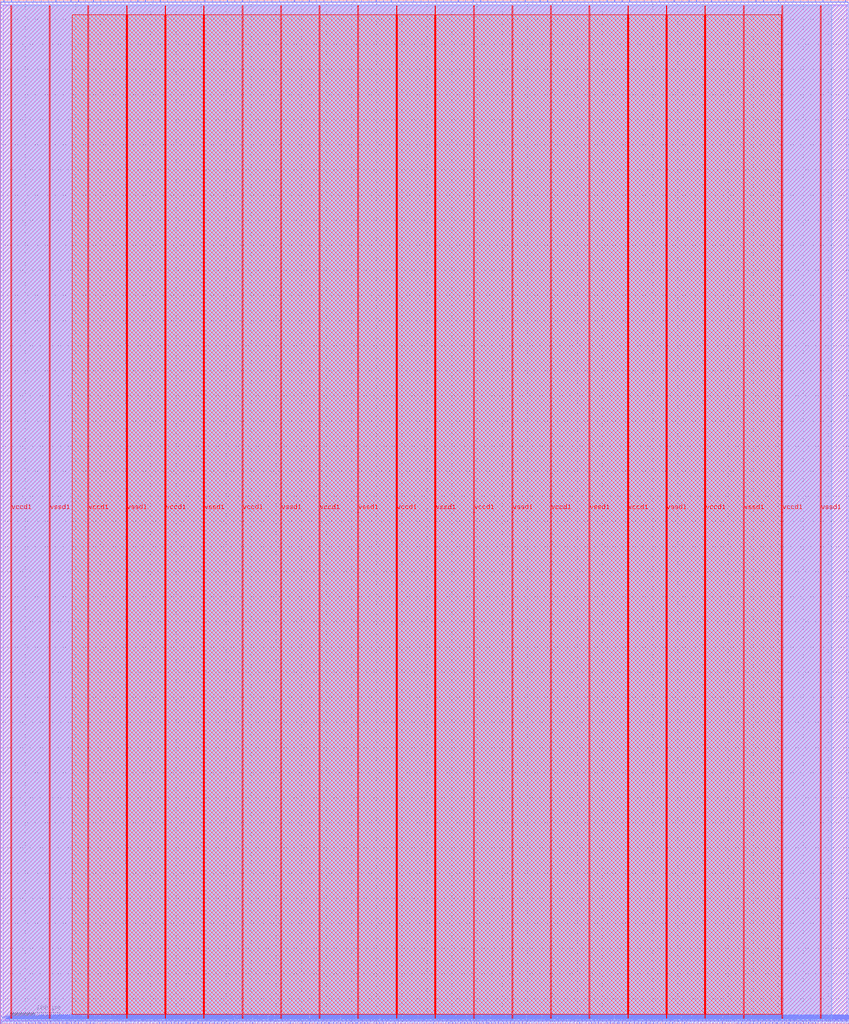
<source format=lef>
VERSION 5.7 ;
  NOWIREEXTENSIONATPIN ON ;
  DIVIDERCHAR "/" ;
  BUSBITCHARS "[]" ;
MACRO user_project
  CLASS BLOCK ;
  FOREIGN user_project ;
  ORIGIN 0.000 0.000 ;
  SIZE 1691.335 BY 2038.115 ;
  PIN io_in[0]
    DIRECTION INPUT ;
    USE SIGNAL ;
    PORT
      LAYER met2 ;
        RECT 7.450 2034.115 7.730 2038.115 ;
    END
  END io_in[0]
  PIN io_in[10]
    DIRECTION INPUT ;
    USE SIGNAL ;
    PORT
      LAYER met2 ;
        RECT 452.270 2034.115 452.550 2038.115 ;
    END
  END io_in[10]
  PIN io_in[11]
    DIRECTION INPUT ;
    USE SIGNAL ;
    PORT
      LAYER met2 ;
        RECT 496.890 2034.115 497.170 2038.115 ;
    END
  END io_in[11]
  PIN io_in[12]
    DIRECTION INPUT ;
    USE SIGNAL ;
    PORT
      LAYER met2 ;
        RECT 541.510 2034.115 541.790 2038.115 ;
    END
  END io_in[12]
  PIN io_in[13]
    DIRECTION INPUT ;
    USE SIGNAL ;
    PORT
      LAYER met2 ;
        RECT 585.670 2034.115 585.950 2038.115 ;
    END
  END io_in[13]
  PIN io_in[14]
    DIRECTION INPUT ;
    USE SIGNAL ;
    PORT
      LAYER met2 ;
        RECT 630.290 2034.115 630.570 2038.115 ;
    END
  END io_in[14]
  PIN io_in[15]
    DIRECTION INPUT ;
    USE SIGNAL ;
    PORT
      LAYER met2 ;
        RECT 674.910 2034.115 675.190 2038.115 ;
    END
  END io_in[15]
  PIN io_in[16]
    DIRECTION INPUT ;
    USE SIGNAL ;
    PORT
      LAYER met2 ;
        RECT 719.530 2034.115 719.810 2038.115 ;
    END
  END io_in[16]
  PIN io_in[17]
    DIRECTION INPUT ;
    USE SIGNAL ;
    PORT
      LAYER met2 ;
        RECT 763.690 2034.115 763.970 2038.115 ;
    END
  END io_in[17]
  PIN io_in[18]
    DIRECTION INPUT ;
    USE SIGNAL ;
    PORT
      LAYER met2 ;
        RECT 808.310 2034.115 808.590 2038.115 ;
    END
  END io_in[18]
  PIN io_in[19]
    DIRECTION INPUT ;
    USE SIGNAL ;
    PORT
      LAYER met2 ;
        RECT 852.930 2034.115 853.210 2038.115 ;
    END
  END io_in[19]
  PIN io_in[1]
    DIRECTION INPUT ;
    USE SIGNAL ;
    PORT
      LAYER met2 ;
        RECT 51.610 2034.115 51.890 2038.115 ;
    END
  END io_in[1]
  PIN io_in[20]
    DIRECTION INPUT ;
    USE SIGNAL ;
    PORT
      LAYER met2 ;
        RECT 897.550 2034.115 897.830 2038.115 ;
    END
  END io_in[20]
  PIN io_in[21]
    DIRECTION INPUT ;
    USE SIGNAL ;
    PORT
      LAYER met2 ;
        RECT 942.170 2034.115 942.450 2038.115 ;
    END
  END io_in[21]
  PIN io_in[22]
    DIRECTION INPUT ;
    USE SIGNAL ;
    PORT
      LAYER met2 ;
        RECT 986.330 2034.115 986.610 2038.115 ;
    END
  END io_in[22]
  PIN io_in[23]
    DIRECTION INPUT ;
    USE SIGNAL ;
    PORT
      LAYER met2 ;
        RECT 1030.950 2034.115 1031.230 2038.115 ;
    END
  END io_in[23]
  PIN io_in[24]
    DIRECTION INPUT ;
    USE SIGNAL ;
    PORT
      LAYER met2 ;
        RECT 1075.570 2034.115 1075.850 2038.115 ;
    END
  END io_in[24]
  PIN io_in[25]
    DIRECTION INPUT ;
    USE SIGNAL ;
    PORT
      LAYER met2 ;
        RECT 1120.190 2034.115 1120.470 2038.115 ;
    END
  END io_in[25]
  PIN io_in[26]
    DIRECTION INPUT ;
    USE SIGNAL ;
    PORT
      LAYER met2 ;
        RECT 1164.350 2034.115 1164.630 2038.115 ;
    END
  END io_in[26]
  PIN io_in[27]
    DIRECTION INPUT ;
    USE SIGNAL ;
    PORT
      LAYER met2 ;
        RECT 1208.970 2034.115 1209.250 2038.115 ;
    END
  END io_in[27]
  PIN io_in[28]
    DIRECTION INPUT ;
    USE SIGNAL ;
    PORT
      LAYER met2 ;
        RECT 1253.590 2034.115 1253.870 2038.115 ;
    END
  END io_in[28]
  PIN io_in[29]
    DIRECTION INPUT ;
    USE SIGNAL ;
    PORT
      LAYER met2 ;
        RECT 1298.210 2034.115 1298.490 2038.115 ;
    END
  END io_in[29]
  PIN io_in[2]
    DIRECTION INPUT ;
    USE SIGNAL ;
    PORT
      LAYER met2 ;
        RECT 96.230 2034.115 96.510 2038.115 ;
    END
  END io_in[2]
  PIN io_in[30]
    DIRECTION INPUT ;
    USE SIGNAL ;
    PORT
      LAYER met2 ;
        RECT 1342.370 2034.115 1342.650 2038.115 ;
    END
  END io_in[30]
  PIN io_in[31]
    DIRECTION INPUT ;
    USE SIGNAL ;
    PORT
      LAYER met2 ;
        RECT 1386.990 2034.115 1387.270 2038.115 ;
    END
  END io_in[31]
  PIN io_in[32]
    DIRECTION INPUT ;
    USE SIGNAL ;
    PORT
      LAYER met2 ;
        RECT 1431.610 2034.115 1431.890 2038.115 ;
    END
  END io_in[32]
  PIN io_in[33]
    DIRECTION INPUT ;
    USE SIGNAL ;
    PORT
      LAYER met2 ;
        RECT 1476.230 2034.115 1476.510 2038.115 ;
    END
  END io_in[33]
  PIN io_in[34]
    DIRECTION INPUT ;
    USE SIGNAL ;
    PORT
      LAYER met2 ;
        RECT 1520.390 2034.115 1520.670 2038.115 ;
    END
  END io_in[34]
  PIN io_in[35]
    DIRECTION INPUT ;
    USE SIGNAL ;
    PORT
      LAYER met2 ;
        RECT 1565.010 2034.115 1565.290 2038.115 ;
    END
  END io_in[35]
  PIN io_in[36]
    DIRECTION INPUT ;
    USE SIGNAL ;
    PORT
      LAYER met2 ;
        RECT 1609.630 2034.115 1609.910 2038.115 ;
    END
  END io_in[36]
  PIN io_in[37]
    DIRECTION INPUT ;
    USE SIGNAL ;
    PORT
      LAYER met2 ;
        RECT 1654.250 2034.115 1654.530 2038.115 ;
    END
  END io_in[37]
  PIN io_in[3]
    DIRECTION INPUT ;
    USE SIGNAL ;
    PORT
      LAYER met2 ;
        RECT 140.850 2034.115 141.130 2038.115 ;
    END
  END io_in[3]
  PIN io_in[4]
    DIRECTION INPUT ;
    USE SIGNAL ;
    PORT
      LAYER met2 ;
        RECT 185.470 2034.115 185.750 2038.115 ;
    END
  END io_in[4]
  PIN io_in[5]
    DIRECTION INPUT ;
    USE SIGNAL ;
    PORT
      LAYER met2 ;
        RECT 229.630 2034.115 229.910 2038.115 ;
    END
  END io_in[5]
  PIN io_in[6]
    DIRECTION INPUT ;
    USE SIGNAL ;
    PORT
      LAYER met2 ;
        RECT 274.250 2034.115 274.530 2038.115 ;
    END
  END io_in[6]
  PIN io_in[7]
    DIRECTION INPUT ;
    USE SIGNAL ;
    PORT
      LAYER met2 ;
        RECT 318.870 2034.115 319.150 2038.115 ;
    END
  END io_in[7]
  PIN io_in[8]
    DIRECTION INPUT ;
    USE SIGNAL ;
    PORT
      LAYER met2 ;
        RECT 363.490 2034.115 363.770 2038.115 ;
    END
  END io_in[8]
  PIN io_in[9]
    DIRECTION INPUT ;
    USE SIGNAL ;
    PORT
      LAYER met2 ;
        RECT 407.650 2034.115 407.930 2038.115 ;
    END
  END io_in[9]
  PIN io_oeb[0]
    DIRECTION OUTPUT TRISTATE ;
    USE SIGNAL ;
    PORT
      LAYER met2 ;
        RECT 22.170 2034.115 22.450 2038.115 ;
    END
  END io_oeb[0]
  PIN io_oeb[10]
    DIRECTION OUTPUT TRISTATE ;
    USE SIGNAL ;
    PORT
      LAYER met2 ;
        RECT 466.990 2034.115 467.270 2038.115 ;
    END
  END io_oeb[10]
  PIN io_oeb[11]
    DIRECTION OUTPUT TRISTATE ;
    USE SIGNAL ;
    PORT
      LAYER met2 ;
        RECT 511.610 2034.115 511.890 2038.115 ;
    END
  END io_oeb[11]
  PIN io_oeb[12]
    DIRECTION OUTPUT TRISTATE ;
    USE SIGNAL ;
    PORT
      LAYER met2 ;
        RECT 556.230 2034.115 556.510 2038.115 ;
    END
  END io_oeb[12]
  PIN io_oeb[13]
    DIRECTION OUTPUT TRISTATE ;
    USE SIGNAL ;
    PORT
      LAYER met2 ;
        RECT 600.850 2034.115 601.130 2038.115 ;
    END
  END io_oeb[13]
  PIN io_oeb[14]
    DIRECTION OUTPUT TRISTATE ;
    USE SIGNAL ;
    PORT
      LAYER met2 ;
        RECT 645.010 2034.115 645.290 2038.115 ;
    END
  END io_oeb[14]
  PIN io_oeb[15]
    DIRECTION OUTPUT TRISTATE ;
    USE SIGNAL ;
    PORT
      LAYER met2 ;
        RECT 689.630 2034.115 689.910 2038.115 ;
    END
  END io_oeb[15]
  PIN io_oeb[16]
    DIRECTION OUTPUT TRISTATE ;
    USE SIGNAL ;
    PORT
      LAYER met2 ;
        RECT 734.250 2034.115 734.530 2038.115 ;
    END
  END io_oeb[16]
  PIN io_oeb[17]
    DIRECTION OUTPUT TRISTATE ;
    USE SIGNAL ;
    PORT
      LAYER met2 ;
        RECT 778.870 2034.115 779.150 2038.115 ;
    END
  END io_oeb[17]
  PIN io_oeb[18]
    DIRECTION OUTPUT TRISTATE ;
    USE SIGNAL ;
    PORT
      LAYER met2 ;
        RECT 823.030 2034.115 823.310 2038.115 ;
    END
  END io_oeb[18]
  PIN io_oeb[19]
    DIRECTION OUTPUT TRISTATE ;
    USE SIGNAL ;
    PORT
      LAYER met2 ;
        RECT 867.650 2034.115 867.930 2038.115 ;
    END
  END io_oeb[19]
  PIN io_oeb[1]
    DIRECTION OUTPUT TRISTATE ;
    USE SIGNAL ;
    PORT
      LAYER met2 ;
        RECT 66.790 2034.115 67.070 2038.115 ;
    END
  END io_oeb[1]
  PIN io_oeb[20]
    DIRECTION OUTPUT TRISTATE ;
    USE SIGNAL ;
    PORT
      LAYER met2 ;
        RECT 912.270 2034.115 912.550 2038.115 ;
    END
  END io_oeb[20]
  PIN io_oeb[21]
    DIRECTION OUTPUT TRISTATE ;
    USE SIGNAL ;
    PORT
      LAYER met2 ;
        RECT 956.890 2034.115 957.170 2038.115 ;
    END
  END io_oeb[21]
  PIN io_oeb[22]
    DIRECTION OUTPUT TRISTATE ;
    USE SIGNAL ;
    PORT
      LAYER met2 ;
        RECT 1001.510 2034.115 1001.790 2038.115 ;
    END
  END io_oeb[22]
  PIN io_oeb[23]
    DIRECTION OUTPUT TRISTATE ;
    USE SIGNAL ;
    PORT
      LAYER met2 ;
        RECT 1045.670 2034.115 1045.950 2038.115 ;
    END
  END io_oeb[23]
  PIN io_oeb[24]
    DIRECTION OUTPUT TRISTATE ;
    USE SIGNAL ;
    PORT
      LAYER met2 ;
        RECT 1090.290 2034.115 1090.570 2038.115 ;
    END
  END io_oeb[24]
  PIN io_oeb[25]
    DIRECTION OUTPUT TRISTATE ;
    USE SIGNAL ;
    PORT
      LAYER met2 ;
        RECT 1134.910 2034.115 1135.190 2038.115 ;
    END
  END io_oeb[25]
  PIN io_oeb[26]
    DIRECTION OUTPUT TRISTATE ;
    USE SIGNAL ;
    PORT
      LAYER met2 ;
        RECT 1179.530 2034.115 1179.810 2038.115 ;
    END
  END io_oeb[26]
  PIN io_oeb[27]
    DIRECTION OUTPUT TRISTATE ;
    USE SIGNAL ;
    PORT
      LAYER met2 ;
        RECT 1223.690 2034.115 1223.970 2038.115 ;
    END
  END io_oeb[27]
  PIN io_oeb[28]
    DIRECTION OUTPUT TRISTATE ;
    USE SIGNAL ;
    PORT
      LAYER met2 ;
        RECT 1268.310 2034.115 1268.590 2038.115 ;
    END
  END io_oeb[28]
  PIN io_oeb[29]
    DIRECTION OUTPUT TRISTATE ;
    USE SIGNAL ;
    PORT
      LAYER met2 ;
        RECT 1312.930 2034.115 1313.210 2038.115 ;
    END
  END io_oeb[29]
  PIN io_oeb[2]
    DIRECTION OUTPUT TRISTATE ;
    USE SIGNAL ;
    PORT
      LAYER met2 ;
        RECT 110.950 2034.115 111.230 2038.115 ;
    END
  END io_oeb[2]
  PIN io_oeb[30]
    DIRECTION OUTPUT TRISTATE ;
    USE SIGNAL ;
    PORT
      LAYER met2 ;
        RECT 1357.550 2034.115 1357.830 2038.115 ;
    END
  END io_oeb[30]
  PIN io_oeb[31]
    DIRECTION OUTPUT TRISTATE ;
    USE SIGNAL ;
    PORT
      LAYER met2 ;
        RECT 1401.710 2034.115 1401.990 2038.115 ;
    END
  END io_oeb[31]
  PIN io_oeb[32]
    DIRECTION OUTPUT TRISTATE ;
    USE SIGNAL ;
    PORT
      LAYER met2 ;
        RECT 1446.330 2034.115 1446.610 2038.115 ;
    END
  END io_oeb[32]
  PIN io_oeb[33]
    DIRECTION OUTPUT TRISTATE ;
    USE SIGNAL ;
    PORT
      LAYER met2 ;
        RECT 1490.950 2034.115 1491.230 2038.115 ;
    END
  END io_oeb[33]
  PIN io_oeb[34]
    DIRECTION OUTPUT TRISTATE ;
    USE SIGNAL ;
    PORT
      LAYER met2 ;
        RECT 1535.570 2034.115 1535.850 2038.115 ;
    END
  END io_oeb[34]
  PIN io_oeb[35]
    DIRECTION OUTPUT TRISTATE ;
    USE SIGNAL ;
    PORT
      LAYER met2 ;
        RECT 1579.730 2034.115 1580.010 2038.115 ;
    END
  END io_oeb[35]
  PIN io_oeb[36]
    DIRECTION OUTPUT TRISTATE ;
    USE SIGNAL ;
    PORT
      LAYER met2 ;
        RECT 1624.350 2034.115 1624.630 2038.115 ;
    END
  END io_oeb[36]
  PIN io_oeb[37]
    DIRECTION OUTPUT TRISTATE ;
    USE SIGNAL ;
    PORT
      LAYER met2 ;
        RECT 1668.970 2034.115 1669.250 2038.115 ;
    END
  END io_oeb[37]
  PIN io_oeb[3]
    DIRECTION OUTPUT TRISTATE ;
    USE SIGNAL ;
    PORT
      LAYER met2 ;
        RECT 155.570 2034.115 155.850 2038.115 ;
    END
  END io_oeb[3]
  PIN io_oeb[4]
    DIRECTION OUTPUT TRISTATE ;
    USE SIGNAL ;
    PORT
      LAYER met2 ;
        RECT 200.190 2034.115 200.470 2038.115 ;
    END
  END io_oeb[4]
  PIN io_oeb[5]
    DIRECTION OUTPUT TRISTATE ;
    USE SIGNAL ;
    PORT
      LAYER met2 ;
        RECT 244.810 2034.115 245.090 2038.115 ;
    END
  END io_oeb[5]
  PIN io_oeb[6]
    DIRECTION OUTPUT TRISTATE ;
    USE SIGNAL ;
    PORT
      LAYER met2 ;
        RECT 288.970 2034.115 289.250 2038.115 ;
    END
  END io_oeb[6]
  PIN io_oeb[7]
    DIRECTION OUTPUT TRISTATE ;
    USE SIGNAL ;
    PORT
      LAYER met2 ;
        RECT 333.590 2034.115 333.870 2038.115 ;
    END
  END io_oeb[7]
  PIN io_oeb[8]
    DIRECTION OUTPUT TRISTATE ;
    USE SIGNAL ;
    PORT
      LAYER met2 ;
        RECT 378.210 2034.115 378.490 2038.115 ;
    END
  END io_oeb[8]
  PIN io_oeb[9]
    DIRECTION OUTPUT TRISTATE ;
    USE SIGNAL ;
    PORT
      LAYER met2 ;
        RECT 422.830 2034.115 423.110 2038.115 ;
    END
  END io_oeb[9]
  PIN io_out[0]
    DIRECTION OUTPUT TRISTATE ;
    USE SIGNAL ;
    PORT
      LAYER met2 ;
        RECT 36.890 2034.115 37.170 2038.115 ;
    END
  END io_out[0]
  PIN io_out[10]
    DIRECTION OUTPUT TRISTATE ;
    USE SIGNAL ;
    PORT
      LAYER met2 ;
        RECT 482.170 2034.115 482.450 2038.115 ;
    END
  END io_out[10]
  PIN io_out[11]
    DIRECTION OUTPUT TRISTATE ;
    USE SIGNAL ;
    PORT
      LAYER met2 ;
        RECT 526.330 2034.115 526.610 2038.115 ;
    END
  END io_out[11]
  PIN io_out[12]
    DIRECTION OUTPUT TRISTATE ;
    USE SIGNAL ;
    PORT
      LAYER met2 ;
        RECT 570.950 2034.115 571.230 2038.115 ;
    END
  END io_out[12]
  PIN io_out[13]
    DIRECTION OUTPUT TRISTATE ;
    USE SIGNAL ;
    PORT
      LAYER met2 ;
        RECT 615.570 2034.115 615.850 2038.115 ;
    END
  END io_out[13]
  PIN io_out[14]
    DIRECTION OUTPUT TRISTATE ;
    USE SIGNAL ;
    PORT
      LAYER met2 ;
        RECT 660.190 2034.115 660.470 2038.115 ;
    END
  END io_out[14]
  PIN io_out[15]
    DIRECTION OUTPUT TRISTATE ;
    USE SIGNAL ;
    PORT
      LAYER met2 ;
        RECT 704.350 2034.115 704.630 2038.115 ;
    END
  END io_out[15]
  PIN io_out[16]
    DIRECTION OUTPUT TRISTATE ;
    USE SIGNAL ;
    PORT
      LAYER met2 ;
        RECT 748.970 2034.115 749.250 2038.115 ;
    END
  END io_out[16]
  PIN io_out[17]
    DIRECTION OUTPUT TRISTATE ;
    USE SIGNAL ;
    PORT
      LAYER met2 ;
        RECT 793.590 2034.115 793.870 2038.115 ;
    END
  END io_out[17]
  PIN io_out[18]
    DIRECTION OUTPUT TRISTATE ;
    USE SIGNAL ;
    PORT
      LAYER met2 ;
        RECT 838.210 2034.115 838.490 2038.115 ;
    END
  END io_out[18]
  PIN io_out[19]
    DIRECTION OUTPUT TRISTATE ;
    USE SIGNAL ;
    PORT
      LAYER met2 ;
        RECT 882.830 2034.115 883.110 2038.115 ;
    END
  END io_out[19]
  PIN io_out[1]
    DIRECTION OUTPUT TRISTATE ;
    USE SIGNAL ;
    PORT
      LAYER met2 ;
        RECT 81.510 2034.115 81.790 2038.115 ;
    END
  END io_out[1]
  PIN io_out[20]
    DIRECTION OUTPUT TRISTATE ;
    USE SIGNAL ;
    PORT
      LAYER met2 ;
        RECT 926.990 2034.115 927.270 2038.115 ;
    END
  END io_out[20]
  PIN io_out[21]
    DIRECTION OUTPUT TRISTATE ;
    USE SIGNAL ;
    PORT
      LAYER met2 ;
        RECT 971.610 2034.115 971.890 2038.115 ;
    END
  END io_out[21]
  PIN io_out[22]
    DIRECTION OUTPUT TRISTATE ;
    USE SIGNAL ;
    PORT
      LAYER met2 ;
        RECT 1016.230 2034.115 1016.510 2038.115 ;
    END
  END io_out[22]
  PIN io_out[23]
    DIRECTION OUTPUT TRISTATE ;
    USE SIGNAL ;
    PORT
      LAYER met2 ;
        RECT 1060.850 2034.115 1061.130 2038.115 ;
    END
  END io_out[23]
  PIN io_out[24]
    DIRECTION OUTPUT TRISTATE ;
    USE SIGNAL ;
    PORT
      LAYER met2 ;
        RECT 1105.010 2034.115 1105.290 2038.115 ;
    END
  END io_out[24]
  PIN io_out[25]
    DIRECTION OUTPUT TRISTATE ;
    USE SIGNAL ;
    PORT
      LAYER met2 ;
        RECT 1149.630 2034.115 1149.910 2038.115 ;
    END
  END io_out[25]
  PIN io_out[26]
    DIRECTION OUTPUT TRISTATE ;
    USE SIGNAL ;
    PORT
      LAYER met2 ;
        RECT 1194.250 2034.115 1194.530 2038.115 ;
    END
  END io_out[26]
  PIN io_out[27]
    DIRECTION OUTPUT TRISTATE ;
    USE SIGNAL ;
    PORT
      LAYER met2 ;
        RECT 1238.870 2034.115 1239.150 2038.115 ;
    END
  END io_out[27]
  PIN io_out[28]
    DIRECTION OUTPUT TRISTATE ;
    USE SIGNAL ;
    PORT
      LAYER met2 ;
        RECT 1283.030 2034.115 1283.310 2038.115 ;
    END
  END io_out[28]
  PIN io_out[29]
    DIRECTION OUTPUT TRISTATE ;
    USE SIGNAL ;
    PORT
      LAYER met2 ;
        RECT 1327.650 2034.115 1327.930 2038.115 ;
    END
  END io_out[29]
  PIN io_out[2]
    DIRECTION OUTPUT TRISTATE ;
    USE SIGNAL ;
    PORT
      LAYER met2 ;
        RECT 126.130 2034.115 126.410 2038.115 ;
    END
  END io_out[2]
  PIN io_out[30]
    DIRECTION OUTPUT TRISTATE ;
    USE SIGNAL ;
    PORT
      LAYER met2 ;
        RECT 1372.270 2034.115 1372.550 2038.115 ;
    END
  END io_out[30]
  PIN io_out[31]
    DIRECTION OUTPUT TRISTATE ;
    USE SIGNAL ;
    PORT
      LAYER met2 ;
        RECT 1416.890 2034.115 1417.170 2038.115 ;
    END
  END io_out[31]
  PIN io_out[32]
    DIRECTION OUTPUT TRISTATE ;
    USE SIGNAL ;
    PORT
      LAYER met2 ;
        RECT 1461.050 2034.115 1461.330 2038.115 ;
    END
  END io_out[32]
  PIN io_out[33]
    DIRECTION OUTPUT TRISTATE ;
    USE SIGNAL ;
    PORT
      LAYER met2 ;
        RECT 1505.670 2034.115 1505.950 2038.115 ;
    END
  END io_out[33]
  PIN io_out[34]
    DIRECTION OUTPUT TRISTATE ;
    USE SIGNAL ;
    PORT
      LAYER met2 ;
        RECT 1550.290 2034.115 1550.570 2038.115 ;
    END
  END io_out[34]
  PIN io_out[35]
    DIRECTION OUTPUT TRISTATE ;
    USE SIGNAL ;
    PORT
      LAYER met2 ;
        RECT 1594.910 2034.115 1595.190 2038.115 ;
    END
  END io_out[35]
  PIN io_out[36]
    DIRECTION OUTPUT TRISTATE ;
    USE SIGNAL ;
    PORT
      LAYER met2 ;
        RECT 1639.070 2034.115 1639.350 2038.115 ;
    END
  END io_out[36]
  PIN io_out[37]
    DIRECTION OUTPUT TRISTATE ;
    USE SIGNAL ;
    PORT
      LAYER met2 ;
        RECT 1683.690 2034.115 1683.970 2038.115 ;
    END
  END io_out[37]
  PIN io_out[3]
    DIRECTION OUTPUT TRISTATE ;
    USE SIGNAL ;
    PORT
      LAYER met2 ;
        RECT 170.290 2034.115 170.570 2038.115 ;
    END
  END io_out[3]
  PIN io_out[4]
    DIRECTION OUTPUT TRISTATE ;
    USE SIGNAL ;
    PORT
      LAYER met2 ;
        RECT 214.910 2034.115 215.190 2038.115 ;
    END
  END io_out[4]
  PIN io_out[5]
    DIRECTION OUTPUT TRISTATE ;
    USE SIGNAL ;
    PORT
      LAYER met2 ;
        RECT 259.530 2034.115 259.810 2038.115 ;
    END
  END io_out[5]
  PIN io_out[6]
    DIRECTION OUTPUT TRISTATE ;
    USE SIGNAL ;
    PORT
      LAYER met2 ;
        RECT 304.150 2034.115 304.430 2038.115 ;
    END
  END io_out[6]
  PIN io_out[7]
    DIRECTION OUTPUT TRISTATE ;
    USE SIGNAL ;
    PORT
      LAYER met2 ;
        RECT 348.310 2034.115 348.590 2038.115 ;
    END
  END io_out[7]
  PIN io_out[8]
    DIRECTION OUTPUT TRISTATE ;
    USE SIGNAL ;
    PORT
      LAYER met2 ;
        RECT 392.930 2034.115 393.210 2038.115 ;
    END
  END io_out[8]
  PIN io_out[9]
    DIRECTION OUTPUT TRISTATE ;
    USE SIGNAL ;
    PORT
      LAYER met2 ;
        RECT 437.550 2034.115 437.830 2038.115 ;
    END
  END io_out[9]
  PIN irq[0]
    DIRECTION OUTPUT TRISTATE ;
    USE SIGNAL ;
    PORT
      LAYER met2 ;
        RECT 1682.310 0.000 1682.590 4.000 ;
    END
  END irq[0]
  PIN irq[1]
    DIRECTION OUTPUT TRISTATE ;
    USE SIGNAL ;
    PORT
      LAYER met2 ;
        RECT 1685.990 0.000 1686.270 4.000 ;
    END
  END irq[1]
  PIN irq[2]
    DIRECTION OUTPUT TRISTATE ;
    USE SIGNAL ;
    PORT
      LAYER met2 ;
        RECT 1689.210 0.000 1689.490 4.000 ;
    END
  END irq[2]
  PIN la_data_in[0]
    DIRECTION INPUT ;
    USE SIGNAL ;
    PORT
      LAYER met2 ;
        RECT 364.870 0.000 365.150 4.000 ;
    END
  END la_data_in[0]
  PIN la_data_in[100]
    DIRECTION INPUT ;
    USE SIGNAL ;
    PORT
      LAYER met2 ;
        RECT 1394.350 0.000 1394.630 4.000 ;
    END
  END la_data_in[100]
  PIN la_data_in[101]
    DIRECTION INPUT ;
    USE SIGNAL ;
    PORT
      LAYER met2 ;
        RECT 1404.470 0.000 1404.750 4.000 ;
    END
  END la_data_in[101]
  PIN la_data_in[102]
    DIRECTION INPUT ;
    USE SIGNAL ;
    PORT
      LAYER met2 ;
        RECT 1414.590 0.000 1414.870 4.000 ;
    END
  END la_data_in[102]
  PIN la_data_in[103]
    DIRECTION INPUT ;
    USE SIGNAL ;
    PORT
      LAYER met2 ;
        RECT 1425.170 0.000 1425.450 4.000 ;
    END
  END la_data_in[103]
  PIN la_data_in[104]
    DIRECTION INPUT ;
    USE SIGNAL ;
    PORT
      LAYER met2 ;
        RECT 1435.290 0.000 1435.570 4.000 ;
    END
  END la_data_in[104]
  PIN la_data_in[105]
    DIRECTION INPUT ;
    USE SIGNAL ;
    PORT
      LAYER met2 ;
        RECT 1445.410 0.000 1445.690 4.000 ;
    END
  END la_data_in[105]
  PIN la_data_in[106]
    DIRECTION INPUT ;
    USE SIGNAL ;
    PORT
      LAYER met2 ;
        RECT 1455.990 0.000 1456.270 4.000 ;
    END
  END la_data_in[106]
  PIN la_data_in[107]
    DIRECTION INPUT ;
    USE SIGNAL ;
    PORT
      LAYER met2 ;
        RECT 1466.110 0.000 1466.390 4.000 ;
    END
  END la_data_in[107]
  PIN la_data_in[108]
    DIRECTION INPUT ;
    USE SIGNAL ;
    PORT
      LAYER met2 ;
        RECT 1476.690 0.000 1476.970 4.000 ;
    END
  END la_data_in[108]
  PIN la_data_in[109]
    DIRECTION INPUT ;
    USE SIGNAL ;
    PORT
      LAYER met2 ;
        RECT 1486.810 0.000 1487.090 4.000 ;
    END
  END la_data_in[109]
  PIN la_data_in[10]
    DIRECTION INPUT ;
    USE SIGNAL ;
    PORT
      LAYER met2 ;
        RECT 467.910 0.000 468.190 4.000 ;
    END
  END la_data_in[10]
  PIN la_data_in[110]
    DIRECTION INPUT ;
    USE SIGNAL ;
    PORT
      LAYER met2 ;
        RECT 1496.930 0.000 1497.210 4.000 ;
    END
  END la_data_in[110]
  PIN la_data_in[111]
    DIRECTION INPUT ;
    USE SIGNAL ;
    PORT
      LAYER met2 ;
        RECT 1507.510 0.000 1507.790 4.000 ;
    END
  END la_data_in[111]
  PIN la_data_in[112]
    DIRECTION INPUT ;
    USE SIGNAL ;
    PORT
      LAYER met2 ;
        RECT 1517.630 0.000 1517.910 4.000 ;
    END
  END la_data_in[112]
  PIN la_data_in[113]
    DIRECTION INPUT ;
    USE SIGNAL ;
    PORT
      LAYER met2 ;
        RECT 1527.750 0.000 1528.030 4.000 ;
    END
  END la_data_in[113]
  PIN la_data_in[114]
    DIRECTION INPUT ;
    USE SIGNAL ;
    PORT
      LAYER met2 ;
        RECT 1538.330 0.000 1538.610 4.000 ;
    END
  END la_data_in[114]
  PIN la_data_in[115]
    DIRECTION INPUT ;
    USE SIGNAL ;
    PORT
      LAYER met2 ;
        RECT 1548.450 0.000 1548.730 4.000 ;
    END
  END la_data_in[115]
  PIN la_data_in[116]
    DIRECTION INPUT ;
    USE SIGNAL ;
    PORT
      LAYER met2 ;
        RECT 1559.030 0.000 1559.310 4.000 ;
    END
  END la_data_in[116]
  PIN la_data_in[117]
    DIRECTION INPUT ;
    USE SIGNAL ;
    PORT
      LAYER met2 ;
        RECT 1569.150 0.000 1569.430 4.000 ;
    END
  END la_data_in[117]
  PIN la_data_in[118]
    DIRECTION INPUT ;
    USE SIGNAL ;
    PORT
      LAYER met2 ;
        RECT 1579.270 0.000 1579.550 4.000 ;
    END
  END la_data_in[118]
  PIN la_data_in[119]
    DIRECTION INPUT ;
    USE SIGNAL ;
    PORT
      LAYER met2 ;
        RECT 1589.850 0.000 1590.130 4.000 ;
    END
  END la_data_in[119]
  PIN la_data_in[11]
    DIRECTION INPUT ;
    USE SIGNAL ;
    PORT
      LAYER met2 ;
        RECT 478.030 0.000 478.310 4.000 ;
    END
  END la_data_in[11]
  PIN la_data_in[120]
    DIRECTION INPUT ;
    USE SIGNAL ;
    PORT
      LAYER met2 ;
        RECT 1599.970 0.000 1600.250 4.000 ;
    END
  END la_data_in[120]
  PIN la_data_in[121]
    DIRECTION INPUT ;
    USE SIGNAL ;
    PORT
      LAYER met2 ;
        RECT 1610.090 0.000 1610.370 4.000 ;
    END
  END la_data_in[121]
  PIN la_data_in[122]
    DIRECTION INPUT ;
    USE SIGNAL ;
    PORT
      LAYER met2 ;
        RECT 1620.670 0.000 1620.950 4.000 ;
    END
  END la_data_in[122]
  PIN la_data_in[123]
    DIRECTION INPUT ;
    USE SIGNAL ;
    PORT
      LAYER met2 ;
        RECT 1630.790 0.000 1631.070 4.000 ;
    END
  END la_data_in[123]
  PIN la_data_in[124]
    DIRECTION INPUT ;
    USE SIGNAL ;
    PORT
      LAYER met2 ;
        RECT 1641.370 0.000 1641.650 4.000 ;
    END
  END la_data_in[124]
  PIN la_data_in[125]
    DIRECTION INPUT ;
    USE SIGNAL ;
    PORT
      LAYER met2 ;
        RECT 1651.490 0.000 1651.770 4.000 ;
    END
  END la_data_in[125]
  PIN la_data_in[126]
    DIRECTION INPUT ;
    USE SIGNAL ;
    PORT
      LAYER met2 ;
        RECT 1661.610 0.000 1661.890 4.000 ;
    END
  END la_data_in[126]
  PIN la_data_in[127]
    DIRECTION INPUT ;
    USE SIGNAL ;
    PORT
      LAYER met2 ;
        RECT 1672.190 0.000 1672.470 4.000 ;
    END
  END la_data_in[127]
  PIN la_data_in[12]
    DIRECTION INPUT ;
    USE SIGNAL ;
    PORT
      LAYER met2 ;
        RECT 488.610 0.000 488.890 4.000 ;
    END
  END la_data_in[12]
  PIN la_data_in[13]
    DIRECTION INPUT ;
    USE SIGNAL ;
    PORT
      LAYER met2 ;
        RECT 498.730 0.000 499.010 4.000 ;
    END
  END la_data_in[13]
  PIN la_data_in[14]
    DIRECTION INPUT ;
    USE SIGNAL ;
    PORT
      LAYER met2 ;
        RECT 508.850 0.000 509.130 4.000 ;
    END
  END la_data_in[14]
  PIN la_data_in[15]
    DIRECTION INPUT ;
    USE SIGNAL ;
    PORT
      LAYER met2 ;
        RECT 519.430 0.000 519.710 4.000 ;
    END
  END la_data_in[15]
  PIN la_data_in[16]
    DIRECTION INPUT ;
    USE SIGNAL ;
    PORT
      LAYER met2 ;
        RECT 529.550 0.000 529.830 4.000 ;
    END
  END la_data_in[16]
  PIN la_data_in[17]
    DIRECTION INPUT ;
    USE SIGNAL ;
    PORT
      LAYER met2 ;
        RECT 539.670 0.000 539.950 4.000 ;
    END
  END la_data_in[17]
  PIN la_data_in[18]
    DIRECTION INPUT ;
    USE SIGNAL ;
    PORT
      LAYER met2 ;
        RECT 550.250 0.000 550.530 4.000 ;
    END
  END la_data_in[18]
  PIN la_data_in[19]
    DIRECTION INPUT ;
    USE SIGNAL ;
    PORT
      LAYER met2 ;
        RECT 560.370 0.000 560.650 4.000 ;
    END
  END la_data_in[19]
  PIN la_data_in[1]
    DIRECTION INPUT ;
    USE SIGNAL ;
    PORT
      LAYER met2 ;
        RECT 374.990 0.000 375.270 4.000 ;
    END
  END la_data_in[1]
  PIN la_data_in[20]
    DIRECTION INPUT ;
    USE SIGNAL ;
    PORT
      LAYER met2 ;
        RECT 570.950 0.000 571.230 4.000 ;
    END
  END la_data_in[20]
  PIN la_data_in[21]
    DIRECTION INPUT ;
    USE SIGNAL ;
    PORT
      LAYER met2 ;
        RECT 581.070 0.000 581.350 4.000 ;
    END
  END la_data_in[21]
  PIN la_data_in[22]
    DIRECTION INPUT ;
    USE SIGNAL ;
    PORT
      LAYER met2 ;
        RECT 591.190 0.000 591.470 4.000 ;
    END
  END la_data_in[22]
  PIN la_data_in[23]
    DIRECTION INPUT ;
    USE SIGNAL ;
    PORT
      LAYER met2 ;
        RECT 601.770 0.000 602.050 4.000 ;
    END
  END la_data_in[23]
  PIN la_data_in[24]
    DIRECTION INPUT ;
    USE SIGNAL ;
    PORT
      LAYER met2 ;
        RECT 611.890 0.000 612.170 4.000 ;
    END
  END la_data_in[24]
  PIN la_data_in[25]
    DIRECTION INPUT ;
    USE SIGNAL ;
    PORT
      LAYER met2 ;
        RECT 622.010 0.000 622.290 4.000 ;
    END
  END la_data_in[25]
  PIN la_data_in[26]
    DIRECTION INPUT ;
    USE SIGNAL ;
    PORT
      LAYER met2 ;
        RECT 632.590 0.000 632.870 4.000 ;
    END
  END la_data_in[26]
  PIN la_data_in[27]
    DIRECTION INPUT ;
    USE SIGNAL ;
    PORT
      LAYER met2 ;
        RECT 642.710 0.000 642.990 4.000 ;
    END
  END la_data_in[27]
  PIN la_data_in[28]
    DIRECTION INPUT ;
    USE SIGNAL ;
    PORT
      LAYER met2 ;
        RECT 653.290 0.000 653.570 4.000 ;
    END
  END la_data_in[28]
  PIN la_data_in[29]
    DIRECTION INPUT ;
    USE SIGNAL ;
    PORT
      LAYER met2 ;
        RECT 663.410 0.000 663.690 4.000 ;
    END
  END la_data_in[29]
  PIN la_data_in[2]
    DIRECTION INPUT ;
    USE SIGNAL ;
    PORT
      LAYER met2 ;
        RECT 385.570 0.000 385.850 4.000 ;
    END
  END la_data_in[2]
  PIN la_data_in[30]
    DIRECTION INPUT ;
    USE SIGNAL ;
    PORT
      LAYER met2 ;
        RECT 673.530 0.000 673.810 4.000 ;
    END
  END la_data_in[30]
  PIN la_data_in[31]
    DIRECTION INPUT ;
    USE SIGNAL ;
    PORT
      LAYER met2 ;
        RECT 684.110 0.000 684.390 4.000 ;
    END
  END la_data_in[31]
  PIN la_data_in[32]
    DIRECTION INPUT ;
    USE SIGNAL ;
    PORT
      LAYER met2 ;
        RECT 694.230 0.000 694.510 4.000 ;
    END
  END la_data_in[32]
  PIN la_data_in[33]
    DIRECTION INPUT ;
    USE SIGNAL ;
    PORT
      LAYER met2 ;
        RECT 704.350 0.000 704.630 4.000 ;
    END
  END la_data_in[33]
  PIN la_data_in[34]
    DIRECTION INPUT ;
    USE SIGNAL ;
    PORT
      LAYER met2 ;
        RECT 714.930 0.000 715.210 4.000 ;
    END
  END la_data_in[34]
  PIN la_data_in[35]
    DIRECTION INPUT ;
    USE SIGNAL ;
    PORT
      LAYER met2 ;
        RECT 725.050 0.000 725.330 4.000 ;
    END
  END la_data_in[35]
  PIN la_data_in[36]
    DIRECTION INPUT ;
    USE SIGNAL ;
    PORT
      LAYER met2 ;
        RECT 735.630 0.000 735.910 4.000 ;
    END
  END la_data_in[36]
  PIN la_data_in[37]
    DIRECTION INPUT ;
    USE SIGNAL ;
    PORT
      LAYER met2 ;
        RECT 745.750 0.000 746.030 4.000 ;
    END
  END la_data_in[37]
  PIN la_data_in[38]
    DIRECTION INPUT ;
    USE SIGNAL ;
    PORT
      LAYER met2 ;
        RECT 755.870 0.000 756.150 4.000 ;
    END
  END la_data_in[38]
  PIN la_data_in[39]
    DIRECTION INPUT ;
    USE SIGNAL ;
    PORT
      LAYER met2 ;
        RECT 766.450 0.000 766.730 4.000 ;
    END
  END la_data_in[39]
  PIN la_data_in[3]
    DIRECTION INPUT ;
    USE SIGNAL ;
    PORT
      LAYER met2 ;
        RECT 395.690 0.000 395.970 4.000 ;
    END
  END la_data_in[3]
  PIN la_data_in[40]
    DIRECTION INPUT ;
    USE SIGNAL ;
    PORT
      LAYER met2 ;
        RECT 776.570 0.000 776.850 4.000 ;
    END
  END la_data_in[40]
  PIN la_data_in[41]
    DIRECTION INPUT ;
    USE SIGNAL ;
    PORT
      LAYER met2 ;
        RECT 786.690 0.000 786.970 4.000 ;
    END
  END la_data_in[41]
  PIN la_data_in[42]
    DIRECTION INPUT ;
    USE SIGNAL ;
    PORT
      LAYER met2 ;
        RECT 797.270 0.000 797.550 4.000 ;
    END
  END la_data_in[42]
  PIN la_data_in[43]
    DIRECTION INPUT ;
    USE SIGNAL ;
    PORT
      LAYER met2 ;
        RECT 807.390 0.000 807.670 4.000 ;
    END
  END la_data_in[43]
  PIN la_data_in[44]
    DIRECTION INPUT ;
    USE SIGNAL ;
    PORT
      LAYER met2 ;
        RECT 817.970 0.000 818.250 4.000 ;
    END
  END la_data_in[44]
  PIN la_data_in[45]
    DIRECTION INPUT ;
    USE SIGNAL ;
    PORT
      LAYER met2 ;
        RECT 828.090 0.000 828.370 4.000 ;
    END
  END la_data_in[45]
  PIN la_data_in[46]
    DIRECTION INPUT ;
    USE SIGNAL ;
    PORT
      LAYER met2 ;
        RECT 838.210 0.000 838.490 4.000 ;
    END
  END la_data_in[46]
  PIN la_data_in[47]
    DIRECTION INPUT ;
    USE SIGNAL ;
    PORT
      LAYER met2 ;
        RECT 848.790 0.000 849.070 4.000 ;
    END
  END la_data_in[47]
  PIN la_data_in[48]
    DIRECTION INPUT ;
    USE SIGNAL ;
    PORT
      LAYER met2 ;
        RECT 858.910 0.000 859.190 4.000 ;
    END
  END la_data_in[48]
  PIN la_data_in[49]
    DIRECTION INPUT ;
    USE SIGNAL ;
    PORT
      LAYER met2 ;
        RECT 869.030 0.000 869.310 4.000 ;
    END
  END la_data_in[49]
  PIN la_data_in[4]
    DIRECTION INPUT ;
    USE SIGNAL ;
    PORT
      LAYER met2 ;
        RECT 406.270 0.000 406.550 4.000 ;
    END
  END la_data_in[4]
  PIN la_data_in[50]
    DIRECTION INPUT ;
    USE SIGNAL ;
    PORT
      LAYER met2 ;
        RECT 879.610 0.000 879.890 4.000 ;
    END
  END la_data_in[50]
  PIN la_data_in[51]
    DIRECTION INPUT ;
    USE SIGNAL ;
    PORT
      LAYER met2 ;
        RECT 889.730 0.000 890.010 4.000 ;
    END
  END la_data_in[51]
  PIN la_data_in[52]
    DIRECTION INPUT ;
    USE SIGNAL ;
    PORT
      LAYER met2 ;
        RECT 900.310 0.000 900.590 4.000 ;
    END
  END la_data_in[52]
  PIN la_data_in[53]
    DIRECTION INPUT ;
    USE SIGNAL ;
    PORT
      LAYER met2 ;
        RECT 910.430 0.000 910.710 4.000 ;
    END
  END la_data_in[53]
  PIN la_data_in[54]
    DIRECTION INPUT ;
    USE SIGNAL ;
    PORT
      LAYER met2 ;
        RECT 920.550 0.000 920.830 4.000 ;
    END
  END la_data_in[54]
  PIN la_data_in[55]
    DIRECTION INPUT ;
    USE SIGNAL ;
    PORT
      LAYER met2 ;
        RECT 931.130 0.000 931.410 4.000 ;
    END
  END la_data_in[55]
  PIN la_data_in[56]
    DIRECTION INPUT ;
    USE SIGNAL ;
    PORT
      LAYER met2 ;
        RECT 941.250 0.000 941.530 4.000 ;
    END
  END la_data_in[56]
  PIN la_data_in[57]
    DIRECTION INPUT ;
    USE SIGNAL ;
    PORT
      LAYER met2 ;
        RECT 951.370 0.000 951.650 4.000 ;
    END
  END la_data_in[57]
  PIN la_data_in[58]
    DIRECTION INPUT ;
    USE SIGNAL ;
    PORT
      LAYER met2 ;
        RECT 961.950 0.000 962.230 4.000 ;
    END
  END la_data_in[58]
  PIN la_data_in[59]
    DIRECTION INPUT ;
    USE SIGNAL ;
    PORT
      LAYER met2 ;
        RECT 972.070 0.000 972.350 4.000 ;
    END
  END la_data_in[59]
  PIN la_data_in[5]
    DIRECTION INPUT ;
    USE SIGNAL ;
    PORT
      LAYER met2 ;
        RECT 416.390 0.000 416.670 4.000 ;
    END
  END la_data_in[5]
  PIN la_data_in[60]
    DIRECTION INPUT ;
    USE SIGNAL ;
    PORT
      LAYER met2 ;
        RECT 982.650 0.000 982.930 4.000 ;
    END
  END la_data_in[60]
  PIN la_data_in[61]
    DIRECTION INPUT ;
    USE SIGNAL ;
    PORT
      LAYER met2 ;
        RECT 992.770 0.000 993.050 4.000 ;
    END
  END la_data_in[61]
  PIN la_data_in[62]
    DIRECTION INPUT ;
    USE SIGNAL ;
    PORT
      LAYER met2 ;
        RECT 1002.890 0.000 1003.170 4.000 ;
    END
  END la_data_in[62]
  PIN la_data_in[63]
    DIRECTION INPUT ;
    USE SIGNAL ;
    PORT
      LAYER met2 ;
        RECT 1013.470 0.000 1013.750 4.000 ;
    END
  END la_data_in[63]
  PIN la_data_in[64]
    DIRECTION INPUT ;
    USE SIGNAL ;
    PORT
      LAYER met2 ;
        RECT 1023.590 0.000 1023.870 4.000 ;
    END
  END la_data_in[64]
  PIN la_data_in[65]
    DIRECTION INPUT ;
    USE SIGNAL ;
    PORT
      LAYER met2 ;
        RECT 1033.710 0.000 1033.990 4.000 ;
    END
  END la_data_in[65]
  PIN la_data_in[66]
    DIRECTION INPUT ;
    USE SIGNAL ;
    PORT
      LAYER met2 ;
        RECT 1044.290 0.000 1044.570 4.000 ;
    END
  END la_data_in[66]
  PIN la_data_in[67]
    DIRECTION INPUT ;
    USE SIGNAL ;
    PORT
      LAYER met2 ;
        RECT 1054.410 0.000 1054.690 4.000 ;
    END
  END la_data_in[67]
  PIN la_data_in[68]
    DIRECTION INPUT ;
    USE SIGNAL ;
    PORT
      LAYER met2 ;
        RECT 1064.990 0.000 1065.270 4.000 ;
    END
  END la_data_in[68]
  PIN la_data_in[69]
    DIRECTION INPUT ;
    USE SIGNAL ;
    PORT
      LAYER met2 ;
        RECT 1075.110 0.000 1075.390 4.000 ;
    END
  END la_data_in[69]
  PIN la_data_in[6]
    DIRECTION INPUT ;
    USE SIGNAL ;
    PORT
      LAYER met2 ;
        RECT 426.510 0.000 426.790 4.000 ;
    END
  END la_data_in[6]
  PIN la_data_in[70]
    DIRECTION INPUT ;
    USE SIGNAL ;
    PORT
      LAYER met2 ;
        RECT 1085.230 0.000 1085.510 4.000 ;
    END
  END la_data_in[70]
  PIN la_data_in[71]
    DIRECTION INPUT ;
    USE SIGNAL ;
    PORT
      LAYER met2 ;
        RECT 1095.810 0.000 1096.090 4.000 ;
    END
  END la_data_in[71]
  PIN la_data_in[72]
    DIRECTION INPUT ;
    USE SIGNAL ;
    PORT
      LAYER met2 ;
        RECT 1105.930 0.000 1106.210 4.000 ;
    END
  END la_data_in[72]
  PIN la_data_in[73]
    DIRECTION INPUT ;
    USE SIGNAL ;
    PORT
      LAYER met2 ;
        RECT 1116.050 0.000 1116.330 4.000 ;
    END
  END la_data_in[73]
  PIN la_data_in[74]
    DIRECTION INPUT ;
    USE SIGNAL ;
    PORT
      LAYER met2 ;
        RECT 1126.630 0.000 1126.910 4.000 ;
    END
  END la_data_in[74]
  PIN la_data_in[75]
    DIRECTION INPUT ;
    USE SIGNAL ;
    PORT
      LAYER met2 ;
        RECT 1136.750 0.000 1137.030 4.000 ;
    END
  END la_data_in[75]
  PIN la_data_in[76]
    DIRECTION INPUT ;
    USE SIGNAL ;
    PORT
      LAYER met2 ;
        RECT 1147.330 0.000 1147.610 4.000 ;
    END
  END la_data_in[76]
  PIN la_data_in[77]
    DIRECTION INPUT ;
    USE SIGNAL ;
    PORT
      LAYER met2 ;
        RECT 1157.450 0.000 1157.730 4.000 ;
    END
  END la_data_in[77]
  PIN la_data_in[78]
    DIRECTION INPUT ;
    USE SIGNAL ;
    PORT
      LAYER met2 ;
        RECT 1167.570 0.000 1167.850 4.000 ;
    END
  END la_data_in[78]
  PIN la_data_in[79]
    DIRECTION INPUT ;
    USE SIGNAL ;
    PORT
      LAYER met2 ;
        RECT 1178.150 0.000 1178.430 4.000 ;
    END
  END la_data_in[79]
  PIN la_data_in[7]
    DIRECTION INPUT ;
    USE SIGNAL ;
    PORT
      LAYER met2 ;
        RECT 437.090 0.000 437.370 4.000 ;
    END
  END la_data_in[7]
  PIN la_data_in[80]
    DIRECTION INPUT ;
    USE SIGNAL ;
    PORT
      LAYER met2 ;
        RECT 1188.270 0.000 1188.550 4.000 ;
    END
  END la_data_in[80]
  PIN la_data_in[81]
    DIRECTION INPUT ;
    USE SIGNAL ;
    PORT
      LAYER met2 ;
        RECT 1198.390 0.000 1198.670 4.000 ;
    END
  END la_data_in[81]
  PIN la_data_in[82]
    DIRECTION INPUT ;
    USE SIGNAL ;
    PORT
      LAYER met2 ;
        RECT 1208.970 0.000 1209.250 4.000 ;
    END
  END la_data_in[82]
  PIN la_data_in[83]
    DIRECTION INPUT ;
    USE SIGNAL ;
    PORT
      LAYER met2 ;
        RECT 1219.090 0.000 1219.370 4.000 ;
    END
  END la_data_in[83]
  PIN la_data_in[84]
    DIRECTION INPUT ;
    USE SIGNAL ;
    PORT
      LAYER met2 ;
        RECT 1229.670 0.000 1229.950 4.000 ;
    END
  END la_data_in[84]
  PIN la_data_in[85]
    DIRECTION INPUT ;
    USE SIGNAL ;
    PORT
      LAYER met2 ;
        RECT 1239.790 0.000 1240.070 4.000 ;
    END
  END la_data_in[85]
  PIN la_data_in[86]
    DIRECTION INPUT ;
    USE SIGNAL ;
    PORT
      LAYER met2 ;
        RECT 1249.910 0.000 1250.190 4.000 ;
    END
  END la_data_in[86]
  PIN la_data_in[87]
    DIRECTION INPUT ;
    USE SIGNAL ;
    PORT
      LAYER met2 ;
        RECT 1260.490 0.000 1260.770 4.000 ;
    END
  END la_data_in[87]
  PIN la_data_in[88]
    DIRECTION INPUT ;
    USE SIGNAL ;
    PORT
      LAYER met2 ;
        RECT 1270.610 0.000 1270.890 4.000 ;
    END
  END la_data_in[88]
  PIN la_data_in[89]
    DIRECTION INPUT ;
    USE SIGNAL ;
    PORT
      LAYER met2 ;
        RECT 1280.730 0.000 1281.010 4.000 ;
    END
  END la_data_in[89]
  PIN la_data_in[8]
    DIRECTION INPUT ;
    USE SIGNAL ;
    PORT
      LAYER met2 ;
        RECT 447.210 0.000 447.490 4.000 ;
    END
  END la_data_in[8]
  PIN la_data_in[90]
    DIRECTION INPUT ;
    USE SIGNAL ;
    PORT
      LAYER met2 ;
        RECT 1291.310 0.000 1291.590 4.000 ;
    END
  END la_data_in[90]
  PIN la_data_in[91]
    DIRECTION INPUT ;
    USE SIGNAL ;
    PORT
      LAYER met2 ;
        RECT 1301.430 0.000 1301.710 4.000 ;
    END
  END la_data_in[91]
  PIN la_data_in[92]
    DIRECTION INPUT ;
    USE SIGNAL ;
    PORT
      LAYER met2 ;
        RECT 1312.010 0.000 1312.290 4.000 ;
    END
  END la_data_in[92]
  PIN la_data_in[93]
    DIRECTION INPUT ;
    USE SIGNAL ;
    PORT
      LAYER met2 ;
        RECT 1322.130 0.000 1322.410 4.000 ;
    END
  END la_data_in[93]
  PIN la_data_in[94]
    DIRECTION INPUT ;
    USE SIGNAL ;
    PORT
      LAYER met2 ;
        RECT 1332.250 0.000 1332.530 4.000 ;
    END
  END la_data_in[94]
  PIN la_data_in[95]
    DIRECTION INPUT ;
    USE SIGNAL ;
    PORT
      LAYER met2 ;
        RECT 1342.830 0.000 1343.110 4.000 ;
    END
  END la_data_in[95]
  PIN la_data_in[96]
    DIRECTION INPUT ;
    USE SIGNAL ;
    PORT
      LAYER met2 ;
        RECT 1352.950 0.000 1353.230 4.000 ;
    END
  END la_data_in[96]
  PIN la_data_in[97]
    DIRECTION INPUT ;
    USE SIGNAL ;
    PORT
      LAYER met2 ;
        RECT 1363.070 0.000 1363.350 4.000 ;
    END
  END la_data_in[97]
  PIN la_data_in[98]
    DIRECTION INPUT ;
    USE SIGNAL ;
    PORT
      LAYER met2 ;
        RECT 1373.650 0.000 1373.930 4.000 ;
    END
  END la_data_in[98]
  PIN la_data_in[99]
    DIRECTION INPUT ;
    USE SIGNAL ;
    PORT
      LAYER met2 ;
        RECT 1383.770 0.000 1384.050 4.000 ;
    END
  END la_data_in[99]
  PIN la_data_in[9]
    DIRECTION INPUT ;
    USE SIGNAL ;
    PORT
      LAYER met2 ;
        RECT 457.330 0.000 457.610 4.000 ;
    END
  END la_data_in[9]
  PIN la_data_out[0]
    DIRECTION OUTPUT TRISTATE ;
    USE SIGNAL ;
    PORT
      LAYER met2 ;
        RECT 368.550 0.000 368.830 4.000 ;
    END
  END la_data_out[0]
  PIN la_data_out[100]
    DIRECTION OUTPUT TRISTATE ;
    USE SIGNAL ;
    PORT
      LAYER met2 ;
        RECT 1397.570 0.000 1397.850 4.000 ;
    END
  END la_data_out[100]
  PIN la_data_out[101]
    DIRECTION OUTPUT TRISTATE ;
    USE SIGNAL ;
    PORT
      LAYER met2 ;
        RECT 1407.690 0.000 1407.970 4.000 ;
    END
  END la_data_out[101]
  PIN la_data_out[102]
    DIRECTION OUTPUT TRISTATE ;
    USE SIGNAL ;
    PORT
      LAYER met2 ;
        RECT 1418.270 0.000 1418.550 4.000 ;
    END
  END la_data_out[102]
  PIN la_data_out[103]
    DIRECTION OUTPUT TRISTATE ;
    USE SIGNAL ;
    PORT
      LAYER met2 ;
        RECT 1428.390 0.000 1428.670 4.000 ;
    END
  END la_data_out[103]
  PIN la_data_out[104]
    DIRECTION OUTPUT TRISTATE ;
    USE SIGNAL ;
    PORT
      LAYER met2 ;
        RECT 1438.970 0.000 1439.250 4.000 ;
    END
  END la_data_out[104]
  PIN la_data_out[105]
    DIRECTION OUTPUT TRISTATE ;
    USE SIGNAL ;
    PORT
      LAYER met2 ;
        RECT 1449.090 0.000 1449.370 4.000 ;
    END
  END la_data_out[105]
  PIN la_data_out[106]
    DIRECTION OUTPUT TRISTATE ;
    USE SIGNAL ;
    PORT
      LAYER met2 ;
        RECT 1459.210 0.000 1459.490 4.000 ;
    END
  END la_data_out[106]
  PIN la_data_out[107]
    DIRECTION OUTPUT TRISTATE ;
    USE SIGNAL ;
    PORT
      LAYER met2 ;
        RECT 1469.790 0.000 1470.070 4.000 ;
    END
  END la_data_out[107]
  PIN la_data_out[108]
    DIRECTION OUTPUT TRISTATE ;
    USE SIGNAL ;
    PORT
      LAYER met2 ;
        RECT 1479.910 0.000 1480.190 4.000 ;
    END
  END la_data_out[108]
  PIN la_data_out[109]
    DIRECTION OUTPUT TRISTATE ;
    USE SIGNAL ;
    PORT
      LAYER met2 ;
        RECT 1490.030 0.000 1490.310 4.000 ;
    END
  END la_data_out[109]
  PIN la_data_out[10]
    DIRECTION OUTPUT TRISTATE ;
    USE SIGNAL ;
    PORT
      LAYER met2 ;
        RECT 471.130 0.000 471.410 4.000 ;
    END
  END la_data_out[10]
  PIN la_data_out[110]
    DIRECTION OUTPUT TRISTATE ;
    USE SIGNAL ;
    PORT
      LAYER met2 ;
        RECT 1500.610 0.000 1500.890 4.000 ;
    END
  END la_data_out[110]
  PIN la_data_out[111]
    DIRECTION OUTPUT TRISTATE ;
    USE SIGNAL ;
    PORT
      LAYER met2 ;
        RECT 1510.730 0.000 1511.010 4.000 ;
    END
  END la_data_out[111]
  PIN la_data_out[112]
    DIRECTION OUTPUT TRISTATE ;
    USE SIGNAL ;
    PORT
      LAYER met2 ;
        RECT 1521.310 0.000 1521.590 4.000 ;
    END
  END la_data_out[112]
  PIN la_data_out[113]
    DIRECTION OUTPUT TRISTATE ;
    USE SIGNAL ;
    PORT
      LAYER met2 ;
        RECT 1531.430 0.000 1531.710 4.000 ;
    END
  END la_data_out[113]
  PIN la_data_out[114]
    DIRECTION OUTPUT TRISTATE ;
    USE SIGNAL ;
    PORT
      LAYER met2 ;
        RECT 1541.550 0.000 1541.830 4.000 ;
    END
  END la_data_out[114]
  PIN la_data_out[115]
    DIRECTION OUTPUT TRISTATE ;
    USE SIGNAL ;
    PORT
      LAYER met2 ;
        RECT 1552.130 0.000 1552.410 4.000 ;
    END
  END la_data_out[115]
  PIN la_data_out[116]
    DIRECTION OUTPUT TRISTATE ;
    USE SIGNAL ;
    PORT
      LAYER met2 ;
        RECT 1562.250 0.000 1562.530 4.000 ;
    END
  END la_data_out[116]
  PIN la_data_out[117]
    DIRECTION OUTPUT TRISTATE ;
    USE SIGNAL ;
    PORT
      LAYER met2 ;
        RECT 1572.370 0.000 1572.650 4.000 ;
    END
  END la_data_out[117]
  PIN la_data_out[118]
    DIRECTION OUTPUT TRISTATE ;
    USE SIGNAL ;
    PORT
      LAYER met2 ;
        RECT 1582.950 0.000 1583.230 4.000 ;
    END
  END la_data_out[118]
  PIN la_data_out[119]
    DIRECTION OUTPUT TRISTATE ;
    USE SIGNAL ;
    PORT
      LAYER met2 ;
        RECT 1593.070 0.000 1593.350 4.000 ;
    END
  END la_data_out[119]
  PIN la_data_out[11]
    DIRECTION OUTPUT TRISTATE ;
    USE SIGNAL ;
    PORT
      LAYER met2 ;
        RECT 481.710 0.000 481.990 4.000 ;
    END
  END la_data_out[11]
  PIN la_data_out[120]
    DIRECTION OUTPUT TRISTATE ;
    USE SIGNAL ;
    PORT
      LAYER met2 ;
        RECT 1603.650 0.000 1603.930 4.000 ;
    END
  END la_data_out[120]
  PIN la_data_out[121]
    DIRECTION OUTPUT TRISTATE ;
    USE SIGNAL ;
    PORT
      LAYER met2 ;
        RECT 1613.770 0.000 1614.050 4.000 ;
    END
  END la_data_out[121]
  PIN la_data_out[122]
    DIRECTION OUTPUT TRISTATE ;
    USE SIGNAL ;
    PORT
      LAYER met2 ;
        RECT 1623.890 0.000 1624.170 4.000 ;
    END
  END la_data_out[122]
  PIN la_data_out[123]
    DIRECTION OUTPUT TRISTATE ;
    USE SIGNAL ;
    PORT
      LAYER met2 ;
        RECT 1634.470 0.000 1634.750 4.000 ;
    END
  END la_data_out[123]
  PIN la_data_out[124]
    DIRECTION OUTPUT TRISTATE ;
    USE SIGNAL ;
    PORT
      LAYER met2 ;
        RECT 1644.590 0.000 1644.870 4.000 ;
    END
  END la_data_out[124]
  PIN la_data_out[125]
    DIRECTION OUTPUT TRISTATE ;
    USE SIGNAL ;
    PORT
      LAYER met2 ;
        RECT 1654.710 0.000 1654.990 4.000 ;
    END
  END la_data_out[125]
  PIN la_data_out[126]
    DIRECTION OUTPUT TRISTATE ;
    USE SIGNAL ;
    PORT
      LAYER met2 ;
        RECT 1665.290 0.000 1665.570 4.000 ;
    END
  END la_data_out[126]
  PIN la_data_out[127]
    DIRECTION OUTPUT TRISTATE ;
    USE SIGNAL ;
    PORT
      LAYER met2 ;
        RECT 1675.410 0.000 1675.690 4.000 ;
    END
  END la_data_out[127]
  PIN la_data_out[12]
    DIRECTION OUTPUT TRISTATE ;
    USE SIGNAL ;
    PORT
      LAYER met2 ;
        RECT 491.830 0.000 492.110 4.000 ;
    END
  END la_data_out[12]
  PIN la_data_out[13]
    DIRECTION OUTPUT TRISTATE ;
    USE SIGNAL ;
    PORT
      LAYER met2 ;
        RECT 501.950 0.000 502.230 4.000 ;
    END
  END la_data_out[13]
  PIN la_data_out[14]
    DIRECTION OUTPUT TRISTATE ;
    USE SIGNAL ;
    PORT
      LAYER met2 ;
        RECT 512.530 0.000 512.810 4.000 ;
    END
  END la_data_out[14]
  PIN la_data_out[15]
    DIRECTION OUTPUT TRISTATE ;
    USE SIGNAL ;
    PORT
      LAYER met2 ;
        RECT 522.650 0.000 522.930 4.000 ;
    END
  END la_data_out[15]
  PIN la_data_out[16]
    DIRECTION OUTPUT TRISTATE ;
    USE SIGNAL ;
    PORT
      LAYER met2 ;
        RECT 533.230 0.000 533.510 4.000 ;
    END
  END la_data_out[16]
  PIN la_data_out[17]
    DIRECTION OUTPUT TRISTATE ;
    USE SIGNAL ;
    PORT
      LAYER met2 ;
        RECT 543.350 0.000 543.630 4.000 ;
    END
  END la_data_out[17]
  PIN la_data_out[18]
    DIRECTION OUTPUT TRISTATE ;
    USE SIGNAL ;
    PORT
      LAYER met2 ;
        RECT 553.470 0.000 553.750 4.000 ;
    END
  END la_data_out[18]
  PIN la_data_out[19]
    DIRECTION OUTPUT TRISTATE ;
    USE SIGNAL ;
    PORT
      LAYER met2 ;
        RECT 564.050 0.000 564.330 4.000 ;
    END
  END la_data_out[19]
  PIN la_data_out[1]
    DIRECTION OUTPUT TRISTATE ;
    USE SIGNAL ;
    PORT
      LAYER met2 ;
        RECT 378.670 0.000 378.950 4.000 ;
    END
  END la_data_out[1]
  PIN la_data_out[20]
    DIRECTION OUTPUT TRISTATE ;
    USE SIGNAL ;
    PORT
      LAYER met2 ;
        RECT 574.170 0.000 574.450 4.000 ;
    END
  END la_data_out[20]
  PIN la_data_out[21]
    DIRECTION OUTPUT TRISTATE ;
    USE SIGNAL ;
    PORT
      LAYER met2 ;
        RECT 584.290 0.000 584.570 4.000 ;
    END
  END la_data_out[21]
  PIN la_data_out[22]
    DIRECTION OUTPUT TRISTATE ;
    USE SIGNAL ;
    PORT
      LAYER met2 ;
        RECT 594.870 0.000 595.150 4.000 ;
    END
  END la_data_out[22]
  PIN la_data_out[23]
    DIRECTION OUTPUT TRISTATE ;
    USE SIGNAL ;
    PORT
      LAYER met2 ;
        RECT 604.990 0.000 605.270 4.000 ;
    END
  END la_data_out[23]
  PIN la_data_out[24]
    DIRECTION OUTPUT TRISTATE ;
    USE SIGNAL ;
    PORT
      LAYER met2 ;
        RECT 615.570 0.000 615.850 4.000 ;
    END
  END la_data_out[24]
  PIN la_data_out[25]
    DIRECTION OUTPUT TRISTATE ;
    USE SIGNAL ;
    PORT
      LAYER met2 ;
        RECT 625.690 0.000 625.970 4.000 ;
    END
  END la_data_out[25]
  PIN la_data_out[26]
    DIRECTION OUTPUT TRISTATE ;
    USE SIGNAL ;
    PORT
      LAYER met2 ;
        RECT 635.810 0.000 636.090 4.000 ;
    END
  END la_data_out[26]
  PIN la_data_out[27]
    DIRECTION OUTPUT TRISTATE ;
    USE SIGNAL ;
    PORT
      LAYER met2 ;
        RECT 646.390 0.000 646.670 4.000 ;
    END
  END la_data_out[27]
  PIN la_data_out[28]
    DIRECTION OUTPUT TRISTATE ;
    USE SIGNAL ;
    PORT
      LAYER met2 ;
        RECT 656.510 0.000 656.790 4.000 ;
    END
  END la_data_out[28]
  PIN la_data_out[29]
    DIRECTION OUTPUT TRISTATE ;
    USE SIGNAL ;
    PORT
      LAYER met2 ;
        RECT 666.630 0.000 666.910 4.000 ;
    END
  END la_data_out[29]
  PIN la_data_out[2]
    DIRECTION OUTPUT TRISTATE ;
    USE SIGNAL ;
    PORT
      LAYER met2 ;
        RECT 388.790 0.000 389.070 4.000 ;
    END
  END la_data_out[2]
  PIN la_data_out[30]
    DIRECTION OUTPUT TRISTATE ;
    USE SIGNAL ;
    PORT
      LAYER met2 ;
        RECT 677.210 0.000 677.490 4.000 ;
    END
  END la_data_out[30]
  PIN la_data_out[31]
    DIRECTION OUTPUT TRISTATE ;
    USE SIGNAL ;
    PORT
      LAYER met2 ;
        RECT 687.330 0.000 687.610 4.000 ;
    END
  END la_data_out[31]
  PIN la_data_out[32]
    DIRECTION OUTPUT TRISTATE ;
    USE SIGNAL ;
    PORT
      LAYER met2 ;
        RECT 697.910 0.000 698.190 4.000 ;
    END
  END la_data_out[32]
  PIN la_data_out[33]
    DIRECTION OUTPUT TRISTATE ;
    USE SIGNAL ;
    PORT
      LAYER met2 ;
        RECT 708.030 0.000 708.310 4.000 ;
    END
  END la_data_out[33]
  PIN la_data_out[34]
    DIRECTION OUTPUT TRISTATE ;
    USE SIGNAL ;
    PORT
      LAYER met2 ;
        RECT 718.150 0.000 718.430 4.000 ;
    END
  END la_data_out[34]
  PIN la_data_out[35]
    DIRECTION OUTPUT TRISTATE ;
    USE SIGNAL ;
    PORT
      LAYER met2 ;
        RECT 728.730 0.000 729.010 4.000 ;
    END
  END la_data_out[35]
  PIN la_data_out[36]
    DIRECTION OUTPUT TRISTATE ;
    USE SIGNAL ;
    PORT
      LAYER met2 ;
        RECT 738.850 0.000 739.130 4.000 ;
    END
  END la_data_out[36]
  PIN la_data_out[37]
    DIRECTION OUTPUT TRISTATE ;
    USE SIGNAL ;
    PORT
      LAYER met2 ;
        RECT 748.970 0.000 749.250 4.000 ;
    END
  END la_data_out[37]
  PIN la_data_out[38]
    DIRECTION OUTPUT TRISTATE ;
    USE SIGNAL ;
    PORT
      LAYER met2 ;
        RECT 759.550 0.000 759.830 4.000 ;
    END
  END la_data_out[38]
  PIN la_data_out[39]
    DIRECTION OUTPUT TRISTATE ;
    USE SIGNAL ;
    PORT
      LAYER met2 ;
        RECT 769.670 0.000 769.950 4.000 ;
    END
  END la_data_out[39]
  PIN la_data_out[3]
    DIRECTION OUTPUT TRISTATE ;
    USE SIGNAL ;
    PORT
      LAYER met2 ;
        RECT 399.370 0.000 399.650 4.000 ;
    END
  END la_data_out[3]
  PIN la_data_out[40]
    DIRECTION OUTPUT TRISTATE ;
    USE SIGNAL ;
    PORT
      LAYER met2 ;
        RECT 780.250 0.000 780.530 4.000 ;
    END
  END la_data_out[40]
  PIN la_data_out[41]
    DIRECTION OUTPUT TRISTATE ;
    USE SIGNAL ;
    PORT
      LAYER met2 ;
        RECT 790.370 0.000 790.650 4.000 ;
    END
  END la_data_out[41]
  PIN la_data_out[42]
    DIRECTION OUTPUT TRISTATE ;
    USE SIGNAL ;
    PORT
      LAYER met2 ;
        RECT 800.490 0.000 800.770 4.000 ;
    END
  END la_data_out[42]
  PIN la_data_out[43]
    DIRECTION OUTPUT TRISTATE ;
    USE SIGNAL ;
    PORT
      LAYER met2 ;
        RECT 811.070 0.000 811.350 4.000 ;
    END
  END la_data_out[43]
  PIN la_data_out[44]
    DIRECTION OUTPUT TRISTATE ;
    USE SIGNAL ;
    PORT
      LAYER met2 ;
        RECT 821.190 0.000 821.470 4.000 ;
    END
  END la_data_out[44]
  PIN la_data_out[45]
    DIRECTION OUTPUT TRISTATE ;
    USE SIGNAL ;
    PORT
      LAYER met2 ;
        RECT 831.310 0.000 831.590 4.000 ;
    END
  END la_data_out[45]
  PIN la_data_out[46]
    DIRECTION OUTPUT TRISTATE ;
    USE SIGNAL ;
    PORT
      LAYER met2 ;
        RECT 841.890 0.000 842.170 4.000 ;
    END
  END la_data_out[46]
  PIN la_data_out[47]
    DIRECTION OUTPUT TRISTATE ;
    USE SIGNAL ;
    PORT
      LAYER met2 ;
        RECT 852.010 0.000 852.290 4.000 ;
    END
  END la_data_out[47]
  PIN la_data_out[48]
    DIRECTION OUTPUT TRISTATE ;
    USE SIGNAL ;
    PORT
      LAYER met2 ;
        RECT 862.590 0.000 862.870 4.000 ;
    END
  END la_data_out[48]
  PIN la_data_out[49]
    DIRECTION OUTPUT TRISTATE ;
    USE SIGNAL ;
    PORT
      LAYER met2 ;
        RECT 872.710 0.000 872.990 4.000 ;
    END
  END la_data_out[49]
  PIN la_data_out[4]
    DIRECTION OUTPUT TRISTATE ;
    USE SIGNAL ;
    PORT
      LAYER met2 ;
        RECT 409.490 0.000 409.770 4.000 ;
    END
  END la_data_out[4]
  PIN la_data_out[50]
    DIRECTION OUTPUT TRISTATE ;
    USE SIGNAL ;
    PORT
      LAYER met2 ;
        RECT 882.830 0.000 883.110 4.000 ;
    END
  END la_data_out[50]
  PIN la_data_out[51]
    DIRECTION OUTPUT TRISTATE ;
    USE SIGNAL ;
    PORT
      LAYER met2 ;
        RECT 893.410 0.000 893.690 4.000 ;
    END
  END la_data_out[51]
  PIN la_data_out[52]
    DIRECTION OUTPUT TRISTATE ;
    USE SIGNAL ;
    PORT
      LAYER met2 ;
        RECT 903.530 0.000 903.810 4.000 ;
    END
  END la_data_out[52]
  PIN la_data_out[53]
    DIRECTION OUTPUT TRISTATE ;
    USE SIGNAL ;
    PORT
      LAYER met2 ;
        RECT 913.650 0.000 913.930 4.000 ;
    END
  END la_data_out[53]
  PIN la_data_out[54]
    DIRECTION OUTPUT TRISTATE ;
    USE SIGNAL ;
    PORT
      LAYER met2 ;
        RECT 924.230 0.000 924.510 4.000 ;
    END
  END la_data_out[54]
  PIN la_data_out[55]
    DIRECTION OUTPUT TRISTATE ;
    USE SIGNAL ;
    PORT
      LAYER met2 ;
        RECT 934.350 0.000 934.630 4.000 ;
    END
  END la_data_out[55]
  PIN la_data_out[56]
    DIRECTION OUTPUT TRISTATE ;
    USE SIGNAL ;
    PORT
      LAYER met2 ;
        RECT 944.930 0.000 945.210 4.000 ;
    END
  END la_data_out[56]
  PIN la_data_out[57]
    DIRECTION OUTPUT TRISTATE ;
    USE SIGNAL ;
    PORT
      LAYER met2 ;
        RECT 955.050 0.000 955.330 4.000 ;
    END
  END la_data_out[57]
  PIN la_data_out[58]
    DIRECTION OUTPUT TRISTATE ;
    USE SIGNAL ;
    PORT
      LAYER met2 ;
        RECT 965.170 0.000 965.450 4.000 ;
    END
  END la_data_out[58]
  PIN la_data_out[59]
    DIRECTION OUTPUT TRISTATE ;
    USE SIGNAL ;
    PORT
      LAYER met2 ;
        RECT 975.750 0.000 976.030 4.000 ;
    END
  END la_data_out[59]
  PIN la_data_out[5]
    DIRECTION OUTPUT TRISTATE ;
    USE SIGNAL ;
    PORT
      LAYER met2 ;
        RECT 419.610 0.000 419.890 4.000 ;
    END
  END la_data_out[5]
  PIN la_data_out[60]
    DIRECTION OUTPUT TRISTATE ;
    USE SIGNAL ;
    PORT
      LAYER met2 ;
        RECT 985.870 0.000 986.150 4.000 ;
    END
  END la_data_out[60]
  PIN la_data_out[61]
    DIRECTION OUTPUT TRISTATE ;
    USE SIGNAL ;
    PORT
      LAYER met2 ;
        RECT 995.990 0.000 996.270 4.000 ;
    END
  END la_data_out[61]
  PIN la_data_out[62]
    DIRECTION OUTPUT TRISTATE ;
    USE SIGNAL ;
    PORT
      LAYER met2 ;
        RECT 1006.570 0.000 1006.850 4.000 ;
    END
  END la_data_out[62]
  PIN la_data_out[63]
    DIRECTION OUTPUT TRISTATE ;
    USE SIGNAL ;
    PORT
      LAYER met2 ;
        RECT 1016.690 0.000 1016.970 4.000 ;
    END
  END la_data_out[63]
  PIN la_data_out[64]
    DIRECTION OUTPUT TRISTATE ;
    USE SIGNAL ;
    PORT
      LAYER met2 ;
        RECT 1027.270 0.000 1027.550 4.000 ;
    END
  END la_data_out[64]
  PIN la_data_out[65]
    DIRECTION OUTPUT TRISTATE ;
    USE SIGNAL ;
    PORT
      LAYER met2 ;
        RECT 1037.390 0.000 1037.670 4.000 ;
    END
  END la_data_out[65]
  PIN la_data_out[66]
    DIRECTION OUTPUT TRISTATE ;
    USE SIGNAL ;
    PORT
      LAYER met2 ;
        RECT 1047.510 0.000 1047.790 4.000 ;
    END
  END la_data_out[66]
  PIN la_data_out[67]
    DIRECTION OUTPUT TRISTATE ;
    USE SIGNAL ;
    PORT
      LAYER met2 ;
        RECT 1058.090 0.000 1058.370 4.000 ;
    END
  END la_data_out[67]
  PIN la_data_out[68]
    DIRECTION OUTPUT TRISTATE ;
    USE SIGNAL ;
    PORT
      LAYER met2 ;
        RECT 1068.210 0.000 1068.490 4.000 ;
    END
  END la_data_out[68]
  PIN la_data_out[69]
    DIRECTION OUTPUT TRISTATE ;
    USE SIGNAL ;
    PORT
      LAYER met2 ;
        RECT 1078.330 0.000 1078.610 4.000 ;
    END
  END la_data_out[69]
  PIN la_data_out[6]
    DIRECTION OUTPUT TRISTATE ;
    USE SIGNAL ;
    PORT
      LAYER met2 ;
        RECT 430.190 0.000 430.470 4.000 ;
    END
  END la_data_out[6]
  PIN la_data_out[70]
    DIRECTION OUTPUT TRISTATE ;
    USE SIGNAL ;
    PORT
      LAYER met2 ;
        RECT 1088.910 0.000 1089.190 4.000 ;
    END
  END la_data_out[70]
  PIN la_data_out[71]
    DIRECTION OUTPUT TRISTATE ;
    USE SIGNAL ;
    PORT
      LAYER met2 ;
        RECT 1099.030 0.000 1099.310 4.000 ;
    END
  END la_data_out[71]
  PIN la_data_out[72]
    DIRECTION OUTPUT TRISTATE ;
    USE SIGNAL ;
    PORT
      LAYER met2 ;
        RECT 1109.610 0.000 1109.890 4.000 ;
    END
  END la_data_out[72]
  PIN la_data_out[73]
    DIRECTION OUTPUT TRISTATE ;
    USE SIGNAL ;
    PORT
      LAYER met2 ;
        RECT 1119.730 0.000 1120.010 4.000 ;
    END
  END la_data_out[73]
  PIN la_data_out[74]
    DIRECTION OUTPUT TRISTATE ;
    USE SIGNAL ;
    PORT
      LAYER met2 ;
        RECT 1129.850 0.000 1130.130 4.000 ;
    END
  END la_data_out[74]
  PIN la_data_out[75]
    DIRECTION OUTPUT TRISTATE ;
    USE SIGNAL ;
    PORT
      LAYER met2 ;
        RECT 1140.430 0.000 1140.710 4.000 ;
    END
  END la_data_out[75]
  PIN la_data_out[76]
    DIRECTION OUTPUT TRISTATE ;
    USE SIGNAL ;
    PORT
      LAYER met2 ;
        RECT 1150.550 0.000 1150.830 4.000 ;
    END
  END la_data_out[76]
  PIN la_data_out[77]
    DIRECTION OUTPUT TRISTATE ;
    USE SIGNAL ;
    PORT
      LAYER met2 ;
        RECT 1160.670 0.000 1160.950 4.000 ;
    END
  END la_data_out[77]
  PIN la_data_out[78]
    DIRECTION OUTPUT TRISTATE ;
    USE SIGNAL ;
    PORT
      LAYER met2 ;
        RECT 1171.250 0.000 1171.530 4.000 ;
    END
  END la_data_out[78]
  PIN la_data_out[79]
    DIRECTION OUTPUT TRISTATE ;
    USE SIGNAL ;
    PORT
      LAYER met2 ;
        RECT 1181.370 0.000 1181.650 4.000 ;
    END
  END la_data_out[79]
  PIN la_data_out[7]
    DIRECTION OUTPUT TRISTATE ;
    USE SIGNAL ;
    PORT
      LAYER met2 ;
        RECT 440.310 0.000 440.590 4.000 ;
    END
  END la_data_out[7]
  PIN la_data_out[80]
    DIRECTION OUTPUT TRISTATE ;
    USE SIGNAL ;
    PORT
      LAYER met2 ;
        RECT 1191.950 0.000 1192.230 4.000 ;
    END
  END la_data_out[80]
  PIN la_data_out[81]
    DIRECTION OUTPUT TRISTATE ;
    USE SIGNAL ;
    PORT
      LAYER met2 ;
        RECT 1202.070 0.000 1202.350 4.000 ;
    END
  END la_data_out[81]
  PIN la_data_out[82]
    DIRECTION OUTPUT TRISTATE ;
    USE SIGNAL ;
    PORT
      LAYER met2 ;
        RECT 1212.190 0.000 1212.470 4.000 ;
    END
  END la_data_out[82]
  PIN la_data_out[83]
    DIRECTION OUTPUT TRISTATE ;
    USE SIGNAL ;
    PORT
      LAYER met2 ;
        RECT 1222.770 0.000 1223.050 4.000 ;
    END
  END la_data_out[83]
  PIN la_data_out[84]
    DIRECTION OUTPUT TRISTATE ;
    USE SIGNAL ;
    PORT
      LAYER met2 ;
        RECT 1232.890 0.000 1233.170 4.000 ;
    END
  END la_data_out[84]
  PIN la_data_out[85]
    DIRECTION OUTPUT TRISTATE ;
    USE SIGNAL ;
    PORT
      LAYER met2 ;
        RECT 1243.010 0.000 1243.290 4.000 ;
    END
  END la_data_out[85]
  PIN la_data_out[86]
    DIRECTION OUTPUT TRISTATE ;
    USE SIGNAL ;
    PORT
      LAYER met2 ;
        RECT 1253.590 0.000 1253.870 4.000 ;
    END
  END la_data_out[86]
  PIN la_data_out[87]
    DIRECTION OUTPUT TRISTATE ;
    USE SIGNAL ;
    PORT
      LAYER met2 ;
        RECT 1263.710 0.000 1263.990 4.000 ;
    END
  END la_data_out[87]
  PIN la_data_out[88]
    DIRECTION OUTPUT TRISTATE ;
    USE SIGNAL ;
    PORT
      LAYER met2 ;
        RECT 1274.290 0.000 1274.570 4.000 ;
    END
  END la_data_out[88]
  PIN la_data_out[89]
    DIRECTION OUTPUT TRISTATE ;
    USE SIGNAL ;
    PORT
      LAYER met2 ;
        RECT 1284.410 0.000 1284.690 4.000 ;
    END
  END la_data_out[89]
  PIN la_data_out[8]
    DIRECTION OUTPUT TRISTATE ;
    USE SIGNAL ;
    PORT
      LAYER met2 ;
        RECT 450.890 0.000 451.170 4.000 ;
    END
  END la_data_out[8]
  PIN la_data_out[90]
    DIRECTION OUTPUT TRISTATE ;
    USE SIGNAL ;
    PORT
      LAYER met2 ;
        RECT 1294.530 0.000 1294.810 4.000 ;
    END
  END la_data_out[90]
  PIN la_data_out[91]
    DIRECTION OUTPUT TRISTATE ;
    USE SIGNAL ;
    PORT
      LAYER met2 ;
        RECT 1305.110 0.000 1305.390 4.000 ;
    END
  END la_data_out[91]
  PIN la_data_out[92]
    DIRECTION OUTPUT TRISTATE ;
    USE SIGNAL ;
    PORT
      LAYER met2 ;
        RECT 1315.230 0.000 1315.510 4.000 ;
    END
  END la_data_out[92]
  PIN la_data_out[93]
    DIRECTION OUTPUT TRISTATE ;
    USE SIGNAL ;
    PORT
      LAYER met2 ;
        RECT 1325.350 0.000 1325.630 4.000 ;
    END
  END la_data_out[93]
  PIN la_data_out[94]
    DIRECTION OUTPUT TRISTATE ;
    USE SIGNAL ;
    PORT
      LAYER met2 ;
        RECT 1335.930 0.000 1336.210 4.000 ;
    END
  END la_data_out[94]
  PIN la_data_out[95]
    DIRECTION OUTPUT TRISTATE ;
    USE SIGNAL ;
    PORT
      LAYER met2 ;
        RECT 1346.050 0.000 1346.330 4.000 ;
    END
  END la_data_out[95]
  PIN la_data_out[96]
    DIRECTION OUTPUT TRISTATE ;
    USE SIGNAL ;
    PORT
      LAYER met2 ;
        RECT 1356.630 0.000 1356.910 4.000 ;
    END
  END la_data_out[96]
  PIN la_data_out[97]
    DIRECTION OUTPUT TRISTATE ;
    USE SIGNAL ;
    PORT
      LAYER met2 ;
        RECT 1366.750 0.000 1367.030 4.000 ;
    END
  END la_data_out[97]
  PIN la_data_out[98]
    DIRECTION OUTPUT TRISTATE ;
    USE SIGNAL ;
    PORT
      LAYER met2 ;
        RECT 1376.870 0.000 1377.150 4.000 ;
    END
  END la_data_out[98]
  PIN la_data_out[99]
    DIRECTION OUTPUT TRISTATE ;
    USE SIGNAL ;
    PORT
      LAYER met2 ;
        RECT 1387.450 0.000 1387.730 4.000 ;
    END
  END la_data_out[99]
  PIN la_data_out[9]
    DIRECTION OUTPUT TRISTATE ;
    USE SIGNAL ;
    PORT
      LAYER met2 ;
        RECT 461.010 0.000 461.290 4.000 ;
    END
  END la_data_out[9]
  PIN la_oenb[0]
    DIRECTION INPUT ;
    USE SIGNAL ;
    PORT
      LAYER met2 ;
        RECT 371.770 0.000 372.050 4.000 ;
    END
  END la_oenb[0]
  PIN la_oenb[100]
    DIRECTION INPUT ;
    USE SIGNAL ;
    PORT
      LAYER met2 ;
        RECT 1401.250 0.000 1401.530 4.000 ;
    END
  END la_oenb[100]
  PIN la_oenb[101]
    DIRECTION INPUT ;
    USE SIGNAL ;
    PORT
      LAYER met2 ;
        RECT 1411.370 0.000 1411.650 4.000 ;
    END
  END la_oenb[101]
  PIN la_oenb[102]
    DIRECTION INPUT ;
    USE SIGNAL ;
    PORT
      LAYER met2 ;
        RECT 1421.490 0.000 1421.770 4.000 ;
    END
  END la_oenb[102]
  PIN la_oenb[103]
    DIRECTION INPUT ;
    USE SIGNAL ;
    PORT
      LAYER met2 ;
        RECT 1432.070 0.000 1432.350 4.000 ;
    END
  END la_oenb[103]
  PIN la_oenb[104]
    DIRECTION INPUT ;
    USE SIGNAL ;
    PORT
      LAYER met2 ;
        RECT 1442.190 0.000 1442.470 4.000 ;
    END
  END la_oenb[104]
  PIN la_oenb[105]
    DIRECTION INPUT ;
    USE SIGNAL ;
    PORT
      LAYER met2 ;
        RECT 1452.310 0.000 1452.590 4.000 ;
    END
  END la_oenb[105]
  PIN la_oenb[106]
    DIRECTION INPUT ;
    USE SIGNAL ;
    PORT
      LAYER met2 ;
        RECT 1462.890 0.000 1463.170 4.000 ;
    END
  END la_oenb[106]
  PIN la_oenb[107]
    DIRECTION INPUT ;
    USE SIGNAL ;
    PORT
      LAYER met2 ;
        RECT 1473.010 0.000 1473.290 4.000 ;
    END
  END la_oenb[107]
  PIN la_oenb[108]
    DIRECTION INPUT ;
    USE SIGNAL ;
    PORT
      LAYER met2 ;
        RECT 1483.590 0.000 1483.870 4.000 ;
    END
  END la_oenb[108]
  PIN la_oenb[109]
    DIRECTION INPUT ;
    USE SIGNAL ;
    PORT
      LAYER met2 ;
        RECT 1493.710 0.000 1493.990 4.000 ;
    END
  END la_oenb[109]
  PIN la_oenb[10]
    DIRECTION INPUT ;
    USE SIGNAL ;
    PORT
      LAYER met2 ;
        RECT 474.810 0.000 475.090 4.000 ;
    END
  END la_oenb[10]
  PIN la_oenb[110]
    DIRECTION INPUT ;
    USE SIGNAL ;
    PORT
      LAYER met2 ;
        RECT 1503.830 0.000 1504.110 4.000 ;
    END
  END la_oenb[110]
  PIN la_oenb[111]
    DIRECTION INPUT ;
    USE SIGNAL ;
    PORT
      LAYER met2 ;
        RECT 1514.410 0.000 1514.690 4.000 ;
    END
  END la_oenb[111]
  PIN la_oenb[112]
    DIRECTION INPUT ;
    USE SIGNAL ;
    PORT
      LAYER met2 ;
        RECT 1524.530 0.000 1524.810 4.000 ;
    END
  END la_oenb[112]
  PIN la_oenb[113]
    DIRECTION INPUT ;
    USE SIGNAL ;
    PORT
      LAYER met2 ;
        RECT 1534.650 0.000 1534.930 4.000 ;
    END
  END la_oenb[113]
  PIN la_oenb[114]
    DIRECTION INPUT ;
    USE SIGNAL ;
    PORT
      LAYER met2 ;
        RECT 1545.230 0.000 1545.510 4.000 ;
    END
  END la_oenb[114]
  PIN la_oenb[115]
    DIRECTION INPUT ;
    USE SIGNAL ;
    PORT
      LAYER met2 ;
        RECT 1555.350 0.000 1555.630 4.000 ;
    END
  END la_oenb[115]
  PIN la_oenb[116]
    DIRECTION INPUT ;
    USE SIGNAL ;
    PORT
      LAYER met2 ;
        RECT 1565.930 0.000 1566.210 4.000 ;
    END
  END la_oenb[116]
  PIN la_oenb[117]
    DIRECTION INPUT ;
    USE SIGNAL ;
    PORT
      LAYER met2 ;
        RECT 1576.050 0.000 1576.330 4.000 ;
    END
  END la_oenb[117]
  PIN la_oenb[118]
    DIRECTION INPUT ;
    USE SIGNAL ;
    PORT
      LAYER met2 ;
        RECT 1586.170 0.000 1586.450 4.000 ;
    END
  END la_oenb[118]
  PIN la_oenb[119]
    DIRECTION INPUT ;
    USE SIGNAL ;
    PORT
      LAYER met2 ;
        RECT 1596.750 0.000 1597.030 4.000 ;
    END
  END la_oenb[119]
  PIN la_oenb[11]
    DIRECTION INPUT ;
    USE SIGNAL ;
    PORT
      LAYER met2 ;
        RECT 484.930 0.000 485.210 4.000 ;
    END
  END la_oenb[11]
  PIN la_oenb[120]
    DIRECTION INPUT ;
    USE SIGNAL ;
    PORT
      LAYER met2 ;
        RECT 1606.870 0.000 1607.150 4.000 ;
    END
  END la_oenb[120]
  PIN la_oenb[121]
    DIRECTION INPUT ;
    USE SIGNAL ;
    PORT
      LAYER met2 ;
        RECT 1616.990 0.000 1617.270 4.000 ;
    END
  END la_oenb[121]
  PIN la_oenb[122]
    DIRECTION INPUT ;
    USE SIGNAL ;
    PORT
      LAYER met2 ;
        RECT 1627.570 0.000 1627.850 4.000 ;
    END
  END la_oenb[122]
  PIN la_oenb[123]
    DIRECTION INPUT ;
    USE SIGNAL ;
    PORT
      LAYER met2 ;
        RECT 1637.690 0.000 1637.970 4.000 ;
    END
  END la_oenb[123]
  PIN la_oenb[124]
    DIRECTION INPUT ;
    USE SIGNAL ;
    PORT
      LAYER met2 ;
        RECT 1648.270 0.000 1648.550 4.000 ;
    END
  END la_oenb[124]
  PIN la_oenb[125]
    DIRECTION INPUT ;
    USE SIGNAL ;
    PORT
      LAYER met2 ;
        RECT 1658.390 0.000 1658.670 4.000 ;
    END
  END la_oenb[125]
  PIN la_oenb[126]
    DIRECTION INPUT ;
    USE SIGNAL ;
    PORT
      LAYER met2 ;
        RECT 1668.510 0.000 1668.790 4.000 ;
    END
  END la_oenb[126]
  PIN la_oenb[127]
    DIRECTION INPUT ;
    USE SIGNAL ;
    PORT
      LAYER met2 ;
        RECT 1679.090 0.000 1679.370 4.000 ;
    END
  END la_oenb[127]
  PIN la_oenb[12]
    DIRECTION INPUT ;
    USE SIGNAL ;
    PORT
      LAYER met2 ;
        RECT 495.510 0.000 495.790 4.000 ;
    END
  END la_oenb[12]
  PIN la_oenb[13]
    DIRECTION INPUT ;
    USE SIGNAL ;
    PORT
      LAYER met2 ;
        RECT 505.630 0.000 505.910 4.000 ;
    END
  END la_oenb[13]
  PIN la_oenb[14]
    DIRECTION INPUT ;
    USE SIGNAL ;
    PORT
      LAYER met2 ;
        RECT 515.750 0.000 516.030 4.000 ;
    END
  END la_oenb[14]
  PIN la_oenb[15]
    DIRECTION INPUT ;
    USE SIGNAL ;
    PORT
      LAYER met2 ;
        RECT 526.330 0.000 526.610 4.000 ;
    END
  END la_oenb[15]
  PIN la_oenb[16]
    DIRECTION INPUT ;
    USE SIGNAL ;
    PORT
      LAYER met2 ;
        RECT 536.450 0.000 536.730 4.000 ;
    END
  END la_oenb[16]
  PIN la_oenb[17]
    DIRECTION INPUT ;
    USE SIGNAL ;
    PORT
      LAYER met2 ;
        RECT 546.570 0.000 546.850 4.000 ;
    END
  END la_oenb[17]
  PIN la_oenb[18]
    DIRECTION INPUT ;
    USE SIGNAL ;
    PORT
      LAYER met2 ;
        RECT 557.150 0.000 557.430 4.000 ;
    END
  END la_oenb[18]
  PIN la_oenb[19]
    DIRECTION INPUT ;
    USE SIGNAL ;
    PORT
      LAYER met2 ;
        RECT 567.270 0.000 567.550 4.000 ;
    END
  END la_oenb[19]
  PIN la_oenb[1]
    DIRECTION INPUT ;
    USE SIGNAL ;
    PORT
      LAYER met2 ;
        RECT 381.890 0.000 382.170 4.000 ;
    END
  END la_oenb[1]
  PIN la_oenb[20]
    DIRECTION INPUT ;
    USE SIGNAL ;
    PORT
      LAYER met2 ;
        RECT 577.850 0.000 578.130 4.000 ;
    END
  END la_oenb[20]
  PIN la_oenb[21]
    DIRECTION INPUT ;
    USE SIGNAL ;
    PORT
      LAYER met2 ;
        RECT 587.970 0.000 588.250 4.000 ;
    END
  END la_oenb[21]
  PIN la_oenb[22]
    DIRECTION INPUT ;
    USE SIGNAL ;
    PORT
      LAYER met2 ;
        RECT 598.090 0.000 598.370 4.000 ;
    END
  END la_oenb[22]
  PIN la_oenb[23]
    DIRECTION INPUT ;
    USE SIGNAL ;
    PORT
      LAYER met2 ;
        RECT 608.670 0.000 608.950 4.000 ;
    END
  END la_oenb[23]
  PIN la_oenb[24]
    DIRECTION INPUT ;
    USE SIGNAL ;
    PORT
      LAYER met2 ;
        RECT 618.790 0.000 619.070 4.000 ;
    END
  END la_oenb[24]
  PIN la_oenb[25]
    DIRECTION INPUT ;
    USE SIGNAL ;
    PORT
      LAYER met2 ;
        RECT 628.910 0.000 629.190 4.000 ;
    END
  END la_oenb[25]
  PIN la_oenb[26]
    DIRECTION INPUT ;
    USE SIGNAL ;
    PORT
      LAYER met2 ;
        RECT 639.490 0.000 639.770 4.000 ;
    END
  END la_oenb[26]
  PIN la_oenb[27]
    DIRECTION INPUT ;
    USE SIGNAL ;
    PORT
      LAYER met2 ;
        RECT 649.610 0.000 649.890 4.000 ;
    END
  END la_oenb[27]
  PIN la_oenb[28]
    DIRECTION INPUT ;
    USE SIGNAL ;
    PORT
      LAYER met2 ;
        RECT 660.190 0.000 660.470 4.000 ;
    END
  END la_oenb[28]
  PIN la_oenb[29]
    DIRECTION INPUT ;
    USE SIGNAL ;
    PORT
      LAYER met2 ;
        RECT 670.310 0.000 670.590 4.000 ;
    END
  END la_oenb[29]
  PIN la_oenb[2]
    DIRECTION INPUT ;
    USE SIGNAL ;
    PORT
      LAYER met2 ;
        RECT 392.470 0.000 392.750 4.000 ;
    END
  END la_oenb[2]
  PIN la_oenb[30]
    DIRECTION INPUT ;
    USE SIGNAL ;
    PORT
      LAYER met2 ;
        RECT 680.430 0.000 680.710 4.000 ;
    END
  END la_oenb[30]
  PIN la_oenb[31]
    DIRECTION INPUT ;
    USE SIGNAL ;
    PORT
      LAYER met2 ;
        RECT 691.010 0.000 691.290 4.000 ;
    END
  END la_oenb[31]
  PIN la_oenb[32]
    DIRECTION INPUT ;
    USE SIGNAL ;
    PORT
      LAYER met2 ;
        RECT 701.130 0.000 701.410 4.000 ;
    END
  END la_oenb[32]
  PIN la_oenb[33]
    DIRECTION INPUT ;
    USE SIGNAL ;
    PORT
      LAYER met2 ;
        RECT 711.250 0.000 711.530 4.000 ;
    END
  END la_oenb[33]
  PIN la_oenb[34]
    DIRECTION INPUT ;
    USE SIGNAL ;
    PORT
      LAYER met2 ;
        RECT 721.830 0.000 722.110 4.000 ;
    END
  END la_oenb[34]
  PIN la_oenb[35]
    DIRECTION INPUT ;
    USE SIGNAL ;
    PORT
      LAYER met2 ;
        RECT 731.950 0.000 732.230 4.000 ;
    END
  END la_oenb[35]
  PIN la_oenb[36]
    DIRECTION INPUT ;
    USE SIGNAL ;
    PORT
      LAYER met2 ;
        RECT 742.530 0.000 742.810 4.000 ;
    END
  END la_oenb[36]
  PIN la_oenb[37]
    DIRECTION INPUT ;
    USE SIGNAL ;
    PORT
      LAYER met2 ;
        RECT 752.650 0.000 752.930 4.000 ;
    END
  END la_oenb[37]
  PIN la_oenb[38]
    DIRECTION INPUT ;
    USE SIGNAL ;
    PORT
      LAYER met2 ;
        RECT 762.770 0.000 763.050 4.000 ;
    END
  END la_oenb[38]
  PIN la_oenb[39]
    DIRECTION INPUT ;
    USE SIGNAL ;
    PORT
      LAYER met2 ;
        RECT 773.350 0.000 773.630 4.000 ;
    END
  END la_oenb[39]
  PIN la_oenb[3]
    DIRECTION INPUT ;
    USE SIGNAL ;
    PORT
      LAYER met2 ;
        RECT 402.590 0.000 402.870 4.000 ;
    END
  END la_oenb[3]
  PIN la_oenb[40]
    DIRECTION INPUT ;
    USE SIGNAL ;
    PORT
      LAYER met2 ;
        RECT 783.470 0.000 783.750 4.000 ;
    END
  END la_oenb[40]
  PIN la_oenb[41]
    DIRECTION INPUT ;
    USE SIGNAL ;
    PORT
      LAYER met2 ;
        RECT 793.590 0.000 793.870 4.000 ;
    END
  END la_oenb[41]
  PIN la_oenb[42]
    DIRECTION INPUT ;
    USE SIGNAL ;
    PORT
      LAYER met2 ;
        RECT 804.170 0.000 804.450 4.000 ;
    END
  END la_oenb[42]
  PIN la_oenb[43]
    DIRECTION INPUT ;
    USE SIGNAL ;
    PORT
      LAYER met2 ;
        RECT 814.290 0.000 814.570 4.000 ;
    END
  END la_oenb[43]
  PIN la_oenb[44]
    DIRECTION INPUT ;
    USE SIGNAL ;
    PORT
      LAYER met2 ;
        RECT 824.870 0.000 825.150 4.000 ;
    END
  END la_oenb[44]
  PIN la_oenb[45]
    DIRECTION INPUT ;
    USE SIGNAL ;
    PORT
      LAYER met2 ;
        RECT 834.990 0.000 835.270 4.000 ;
    END
  END la_oenb[45]
  PIN la_oenb[46]
    DIRECTION INPUT ;
    USE SIGNAL ;
    PORT
      LAYER met2 ;
        RECT 845.110 0.000 845.390 4.000 ;
    END
  END la_oenb[46]
  PIN la_oenb[47]
    DIRECTION INPUT ;
    USE SIGNAL ;
    PORT
      LAYER met2 ;
        RECT 855.690 0.000 855.970 4.000 ;
    END
  END la_oenb[47]
  PIN la_oenb[48]
    DIRECTION INPUT ;
    USE SIGNAL ;
    PORT
      LAYER met2 ;
        RECT 865.810 0.000 866.090 4.000 ;
    END
  END la_oenb[48]
  PIN la_oenb[49]
    DIRECTION INPUT ;
    USE SIGNAL ;
    PORT
      LAYER met2 ;
        RECT 875.930 0.000 876.210 4.000 ;
    END
  END la_oenb[49]
  PIN la_oenb[4]
    DIRECTION INPUT ;
    USE SIGNAL ;
    PORT
      LAYER met2 ;
        RECT 413.170 0.000 413.450 4.000 ;
    END
  END la_oenb[4]
  PIN la_oenb[50]
    DIRECTION INPUT ;
    USE SIGNAL ;
    PORT
      LAYER met2 ;
        RECT 886.510 0.000 886.790 4.000 ;
    END
  END la_oenb[50]
  PIN la_oenb[51]
    DIRECTION INPUT ;
    USE SIGNAL ;
    PORT
      LAYER met2 ;
        RECT 896.630 0.000 896.910 4.000 ;
    END
  END la_oenb[51]
  PIN la_oenb[52]
    DIRECTION INPUT ;
    USE SIGNAL ;
    PORT
      LAYER met2 ;
        RECT 907.210 0.000 907.490 4.000 ;
    END
  END la_oenb[52]
  PIN la_oenb[53]
    DIRECTION INPUT ;
    USE SIGNAL ;
    PORT
      LAYER met2 ;
        RECT 917.330 0.000 917.610 4.000 ;
    END
  END la_oenb[53]
  PIN la_oenb[54]
    DIRECTION INPUT ;
    USE SIGNAL ;
    PORT
      LAYER met2 ;
        RECT 927.450 0.000 927.730 4.000 ;
    END
  END la_oenb[54]
  PIN la_oenb[55]
    DIRECTION INPUT ;
    USE SIGNAL ;
    PORT
      LAYER met2 ;
        RECT 938.030 0.000 938.310 4.000 ;
    END
  END la_oenb[55]
  PIN la_oenb[56]
    DIRECTION INPUT ;
    USE SIGNAL ;
    PORT
      LAYER met2 ;
        RECT 948.150 0.000 948.430 4.000 ;
    END
  END la_oenb[56]
  PIN la_oenb[57]
    DIRECTION INPUT ;
    USE SIGNAL ;
    PORT
      LAYER met2 ;
        RECT 958.270 0.000 958.550 4.000 ;
    END
  END la_oenb[57]
  PIN la_oenb[58]
    DIRECTION INPUT ;
    USE SIGNAL ;
    PORT
      LAYER met2 ;
        RECT 968.850 0.000 969.130 4.000 ;
    END
  END la_oenb[58]
  PIN la_oenb[59]
    DIRECTION INPUT ;
    USE SIGNAL ;
    PORT
      LAYER met2 ;
        RECT 978.970 0.000 979.250 4.000 ;
    END
  END la_oenb[59]
  PIN la_oenb[5]
    DIRECTION INPUT ;
    USE SIGNAL ;
    PORT
      LAYER met2 ;
        RECT 423.290 0.000 423.570 4.000 ;
    END
  END la_oenb[5]
  PIN la_oenb[60]
    DIRECTION INPUT ;
    USE SIGNAL ;
    PORT
      LAYER met2 ;
        RECT 989.550 0.000 989.830 4.000 ;
    END
  END la_oenb[60]
  PIN la_oenb[61]
    DIRECTION INPUT ;
    USE SIGNAL ;
    PORT
      LAYER met2 ;
        RECT 999.670 0.000 999.950 4.000 ;
    END
  END la_oenb[61]
  PIN la_oenb[62]
    DIRECTION INPUT ;
    USE SIGNAL ;
    PORT
      LAYER met2 ;
        RECT 1009.790 0.000 1010.070 4.000 ;
    END
  END la_oenb[62]
  PIN la_oenb[63]
    DIRECTION INPUT ;
    USE SIGNAL ;
    PORT
      LAYER met2 ;
        RECT 1020.370 0.000 1020.650 4.000 ;
    END
  END la_oenb[63]
  PIN la_oenb[64]
    DIRECTION INPUT ;
    USE SIGNAL ;
    PORT
      LAYER met2 ;
        RECT 1030.490 0.000 1030.770 4.000 ;
    END
  END la_oenb[64]
  PIN la_oenb[65]
    DIRECTION INPUT ;
    USE SIGNAL ;
    PORT
      LAYER met2 ;
        RECT 1040.610 0.000 1040.890 4.000 ;
    END
  END la_oenb[65]
  PIN la_oenb[66]
    DIRECTION INPUT ;
    USE SIGNAL ;
    PORT
      LAYER met2 ;
        RECT 1051.190 0.000 1051.470 4.000 ;
    END
  END la_oenb[66]
  PIN la_oenb[67]
    DIRECTION INPUT ;
    USE SIGNAL ;
    PORT
      LAYER met2 ;
        RECT 1061.310 0.000 1061.590 4.000 ;
    END
  END la_oenb[67]
  PIN la_oenb[68]
    DIRECTION INPUT ;
    USE SIGNAL ;
    PORT
      LAYER met2 ;
        RECT 1071.890 0.000 1072.170 4.000 ;
    END
  END la_oenb[68]
  PIN la_oenb[69]
    DIRECTION INPUT ;
    USE SIGNAL ;
    PORT
      LAYER met2 ;
        RECT 1082.010 0.000 1082.290 4.000 ;
    END
  END la_oenb[69]
  PIN la_oenb[6]
    DIRECTION INPUT ;
    USE SIGNAL ;
    PORT
      LAYER met2 ;
        RECT 433.410 0.000 433.690 4.000 ;
    END
  END la_oenb[6]
  PIN la_oenb[70]
    DIRECTION INPUT ;
    USE SIGNAL ;
    PORT
      LAYER met2 ;
        RECT 1092.130 0.000 1092.410 4.000 ;
    END
  END la_oenb[70]
  PIN la_oenb[71]
    DIRECTION INPUT ;
    USE SIGNAL ;
    PORT
      LAYER met2 ;
        RECT 1102.710 0.000 1102.990 4.000 ;
    END
  END la_oenb[71]
  PIN la_oenb[72]
    DIRECTION INPUT ;
    USE SIGNAL ;
    PORT
      LAYER met2 ;
        RECT 1112.830 0.000 1113.110 4.000 ;
    END
  END la_oenb[72]
  PIN la_oenb[73]
    DIRECTION INPUT ;
    USE SIGNAL ;
    PORT
      LAYER met2 ;
        RECT 1122.950 0.000 1123.230 4.000 ;
    END
  END la_oenb[73]
  PIN la_oenb[74]
    DIRECTION INPUT ;
    USE SIGNAL ;
    PORT
      LAYER met2 ;
        RECT 1133.530 0.000 1133.810 4.000 ;
    END
  END la_oenb[74]
  PIN la_oenb[75]
    DIRECTION INPUT ;
    USE SIGNAL ;
    PORT
      LAYER met2 ;
        RECT 1143.650 0.000 1143.930 4.000 ;
    END
  END la_oenb[75]
  PIN la_oenb[76]
    DIRECTION INPUT ;
    USE SIGNAL ;
    PORT
      LAYER met2 ;
        RECT 1154.230 0.000 1154.510 4.000 ;
    END
  END la_oenb[76]
  PIN la_oenb[77]
    DIRECTION INPUT ;
    USE SIGNAL ;
    PORT
      LAYER met2 ;
        RECT 1164.350 0.000 1164.630 4.000 ;
    END
  END la_oenb[77]
  PIN la_oenb[78]
    DIRECTION INPUT ;
    USE SIGNAL ;
    PORT
      LAYER met2 ;
        RECT 1174.470 0.000 1174.750 4.000 ;
    END
  END la_oenb[78]
  PIN la_oenb[79]
    DIRECTION INPUT ;
    USE SIGNAL ;
    PORT
      LAYER met2 ;
        RECT 1185.050 0.000 1185.330 4.000 ;
    END
  END la_oenb[79]
  PIN la_oenb[7]
    DIRECTION INPUT ;
    USE SIGNAL ;
    PORT
      LAYER met2 ;
        RECT 443.990 0.000 444.270 4.000 ;
    END
  END la_oenb[7]
  PIN la_oenb[80]
    DIRECTION INPUT ;
    USE SIGNAL ;
    PORT
      LAYER met2 ;
        RECT 1195.170 0.000 1195.450 4.000 ;
    END
  END la_oenb[80]
  PIN la_oenb[81]
    DIRECTION INPUT ;
    USE SIGNAL ;
    PORT
      LAYER met2 ;
        RECT 1205.290 0.000 1205.570 4.000 ;
    END
  END la_oenb[81]
  PIN la_oenb[82]
    DIRECTION INPUT ;
    USE SIGNAL ;
    PORT
      LAYER met2 ;
        RECT 1215.870 0.000 1216.150 4.000 ;
    END
  END la_oenb[82]
  PIN la_oenb[83]
    DIRECTION INPUT ;
    USE SIGNAL ;
    PORT
      LAYER met2 ;
        RECT 1225.990 0.000 1226.270 4.000 ;
    END
  END la_oenb[83]
  PIN la_oenb[84]
    DIRECTION INPUT ;
    USE SIGNAL ;
    PORT
      LAYER met2 ;
        RECT 1236.570 0.000 1236.850 4.000 ;
    END
  END la_oenb[84]
  PIN la_oenb[85]
    DIRECTION INPUT ;
    USE SIGNAL ;
    PORT
      LAYER met2 ;
        RECT 1246.690 0.000 1246.970 4.000 ;
    END
  END la_oenb[85]
  PIN la_oenb[86]
    DIRECTION INPUT ;
    USE SIGNAL ;
    PORT
      LAYER met2 ;
        RECT 1256.810 0.000 1257.090 4.000 ;
    END
  END la_oenb[86]
  PIN la_oenb[87]
    DIRECTION INPUT ;
    USE SIGNAL ;
    PORT
      LAYER met2 ;
        RECT 1267.390 0.000 1267.670 4.000 ;
    END
  END la_oenb[87]
  PIN la_oenb[88]
    DIRECTION INPUT ;
    USE SIGNAL ;
    PORT
      LAYER met2 ;
        RECT 1277.510 0.000 1277.790 4.000 ;
    END
  END la_oenb[88]
  PIN la_oenb[89]
    DIRECTION INPUT ;
    USE SIGNAL ;
    PORT
      LAYER met2 ;
        RECT 1287.630 0.000 1287.910 4.000 ;
    END
  END la_oenb[89]
  PIN la_oenb[8]
    DIRECTION INPUT ;
    USE SIGNAL ;
    PORT
      LAYER met2 ;
        RECT 454.110 0.000 454.390 4.000 ;
    END
  END la_oenb[8]
  PIN la_oenb[90]
    DIRECTION INPUT ;
    USE SIGNAL ;
    PORT
      LAYER met2 ;
        RECT 1298.210 0.000 1298.490 4.000 ;
    END
  END la_oenb[90]
  PIN la_oenb[91]
    DIRECTION INPUT ;
    USE SIGNAL ;
    PORT
      LAYER met2 ;
        RECT 1308.330 0.000 1308.610 4.000 ;
    END
  END la_oenb[91]
  PIN la_oenb[92]
    DIRECTION INPUT ;
    USE SIGNAL ;
    PORT
      LAYER met2 ;
        RECT 1318.910 0.000 1319.190 4.000 ;
    END
  END la_oenb[92]
  PIN la_oenb[93]
    DIRECTION INPUT ;
    USE SIGNAL ;
    PORT
      LAYER met2 ;
        RECT 1329.030 0.000 1329.310 4.000 ;
    END
  END la_oenb[93]
  PIN la_oenb[94]
    DIRECTION INPUT ;
    USE SIGNAL ;
    PORT
      LAYER met2 ;
        RECT 1339.150 0.000 1339.430 4.000 ;
    END
  END la_oenb[94]
  PIN la_oenb[95]
    DIRECTION INPUT ;
    USE SIGNAL ;
    PORT
      LAYER met2 ;
        RECT 1349.730 0.000 1350.010 4.000 ;
    END
  END la_oenb[95]
  PIN la_oenb[96]
    DIRECTION INPUT ;
    USE SIGNAL ;
    PORT
      LAYER met2 ;
        RECT 1359.850 0.000 1360.130 4.000 ;
    END
  END la_oenb[96]
  PIN la_oenb[97]
    DIRECTION INPUT ;
    USE SIGNAL ;
    PORT
      LAYER met2 ;
        RECT 1369.970 0.000 1370.250 4.000 ;
    END
  END la_oenb[97]
  PIN la_oenb[98]
    DIRECTION INPUT ;
    USE SIGNAL ;
    PORT
      LAYER met2 ;
        RECT 1380.550 0.000 1380.830 4.000 ;
    END
  END la_oenb[98]
  PIN la_oenb[99]
    DIRECTION INPUT ;
    USE SIGNAL ;
    PORT
      LAYER met2 ;
        RECT 1390.670 0.000 1390.950 4.000 ;
    END
  END la_oenb[99]
  PIN la_oenb[9]
    DIRECTION INPUT ;
    USE SIGNAL ;
    PORT
      LAYER met2 ;
        RECT 464.230 0.000 464.510 4.000 ;
    END
  END la_oenb[9]
  PIN vccd1
    DIRECTION INPUT ;
    USE POWER ;
    PORT
      LAYER met4 ;
        RECT 21.040 10.640 22.640 2026.640 ;
    END
    PORT
      LAYER met4 ;
        RECT 174.640 10.640 176.240 2026.640 ;
    END
    PORT
      LAYER met4 ;
        RECT 328.240 10.640 329.840 2026.640 ;
    END
    PORT
      LAYER met4 ;
        RECT 481.840 10.640 483.440 2026.640 ;
    END
    PORT
      LAYER met4 ;
        RECT 635.440 10.640 637.040 2026.640 ;
    END
    PORT
      LAYER met4 ;
        RECT 789.040 10.640 790.640 2026.640 ;
    END
    PORT
      LAYER met4 ;
        RECT 942.640 10.640 944.240 2026.640 ;
    END
    PORT
      LAYER met4 ;
        RECT 1096.240 10.640 1097.840 2026.640 ;
    END
    PORT
      LAYER met4 ;
        RECT 1249.840 10.640 1251.440 2026.640 ;
    END
    PORT
      LAYER met4 ;
        RECT 1403.440 10.640 1405.040 2026.640 ;
    END
    PORT
      LAYER met4 ;
        RECT 1557.040 10.640 1558.640 2026.640 ;
    END
  END vccd1
  PIN vssd1
    DIRECTION INPUT ;
    USE GROUND ;
    PORT
      LAYER met4 ;
        RECT 97.840 10.640 99.440 2026.640 ;
    END
    PORT
      LAYER met4 ;
        RECT 251.440 10.640 253.040 2026.640 ;
    END
    PORT
      LAYER met4 ;
        RECT 405.040 10.640 406.640 2026.640 ;
    END
    PORT
      LAYER met4 ;
        RECT 558.640 10.640 560.240 2026.640 ;
    END
    PORT
      LAYER met4 ;
        RECT 712.240 10.640 713.840 2026.640 ;
    END
    PORT
      LAYER met4 ;
        RECT 865.840 10.640 867.440 2026.640 ;
    END
    PORT
      LAYER met4 ;
        RECT 1019.440 10.640 1021.040 2026.640 ;
    END
    PORT
      LAYER met4 ;
        RECT 1173.040 10.640 1174.640 2026.640 ;
    END
    PORT
      LAYER met4 ;
        RECT 1326.640 10.640 1328.240 2026.640 ;
    END
    PORT
      LAYER met4 ;
        RECT 1480.240 10.640 1481.840 2026.640 ;
    END
    PORT
      LAYER met4 ;
        RECT 1633.840 10.640 1635.440 2026.640 ;
    END
  END vssd1
  PIN wb_clk_i
    DIRECTION INPUT ;
    USE SIGNAL ;
    PORT
      LAYER met2 ;
        RECT 1.470 0.000 1.750 4.000 ;
    END
  END wb_clk_i
  PIN wb_rst_i
    DIRECTION INPUT ;
    USE SIGNAL ;
    PORT
      LAYER met2 ;
        RECT 4.690 0.000 4.970 4.000 ;
    END
  END wb_rst_i
  PIN wbs_ack_o
    DIRECTION OUTPUT TRISTATE ;
    USE SIGNAL ;
    PORT
      LAYER met2 ;
        RECT 7.910 0.000 8.190 4.000 ;
    END
  END wbs_ack_o
  PIN wbs_adr_i[0]
    DIRECTION INPUT ;
    USE SIGNAL ;
    PORT
      LAYER met2 ;
        RECT 21.710 0.000 21.990 4.000 ;
    END
  END wbs_adr_i[0]
  PIN wbs_adr_i[10]
    DIRECTION INPUT ;
    USE SIGNAL ;
    PORT
      LAYER met2 ;
        RECT 138.550 0.000 138.830 4.000 ;
    END
  END wbs_adr_i[10]
  PIN wbs_adr_i[11]
    DIRECTION INPUT ;
    USE SIGNAL ;
    PORT
      LAYER met2 ;
        RECT 148.670 0.000 148.950 4.000 ;
    END
  END wbs_adr_i[11]
  PIN wbs_adr_i[12]
    DIRECTION INPUT ;
    USE SIGNAL ;
    PORT
      LAYER met2 ;
        RECT 159.250 0.000 159.530 4.000 ;
    END
  END wbs_adr_i[12]
  PIN wbs_adr_i[13]
    DIRECTION INPUT ;
    USE SIGNAL ;
    PORT
      LAYER met2 ;
        RECT 169.370 0.000 169.650 4.000 ;
    END
  END wbs_adr_i[13]
  PIN wbs_adr_i[14]
    DIRECTION INPUT ;
    USE SIGNAL ;
    PORT
      LAYER met2 ;
        RECT 179.490 0.000 179.770 4.000 ;
    END
  END wbs_adr_i[14]
  PIN wbs_adr_i[15]
    DIRECTION INPUT ;
    USE SIGNAL ;
    PORT
      LAYER met2 ;
        RECT 190.070 0.000 190.350 4.000 ;
    END
  END wbs_adr_i[15]
  PIN wbs_adr_i[16]
    DIRECTION INPUT ;
    USE SIGNAL ;
    PORT
      LAYER met2 ;
        RECT 200.190 0.000 200.470 4.000 ;
    END
  END wbs_adr_i[16]
  PIN wbs_adr_i[17]
    DIRECTION INPUT ;
    USE SIGNAL ;
    PORT
      LAYER met2 ;
        RECT 210.310 0.000 210.590 4.000 ;
    END
  END wbs_adr_i[17]
  PIN wbs_adr_i[18]
    DIRECTION INPUT ;
    USE SIGNAL ;
    PORT
      LAYER met2 ;
        RECT 220.890 0.000 221.170 4.000 ;
    END
  END wbs_adr_i[18]
  PIN wbs_adr_i[19]
    DIRECTION INPUT ;
    USE SIGNAL ;
    PORT
      LAYER met2 ;
        RECT 231.010 0.000 231.290 4.000 ;
    END
  END wbs_adr_i[19]
  PIN wbs_adr_i[1]
    DIRECTION INPUT ;
    USE SIGNAL ;
    PORT
      LAYER met2 ;
        RECT 35.510 0.000 35.790 4.000 ;
    END
  END wbs_adr_i[1]
  PIN wbs_adr_i[20]
    DIRECTION INPUT ;
    USE SIGNAL ;
    PORT
      LAYER met2 ;
        RECT 241.590 0.000 241.870 4.000 ;
    END
  END wbs_adr_i[20]
  PIN wbs_adr_i[21]
    DIRECTION INPUT ;
    USE SIGNAL ;
    PORT
      LAYER met2 ;
        RECT 251.710 0.000 251.990 4.000 ;
    END
  END wbs_adr_i[21]
  PIN wbs_adr_i[22]
    DIRECTION INPUT ;
    USE SIGNAL ;
    PORT
      LAYER met2 ;
        RECT 261.830 0.000 262.110 4.000 ;
    END
  END wbs_adr_i[22]
  PIN wbs_adr_i[23]
    DIRECTION INPUT ;
    USE SIGNAL ;
    PORT
      LAYER met2 ;
        RECT 272.410 0.000 272.690 4.000 ;
    END
  END wbs_adr_i[23]
  PIN wbs_adr_i[24]
    DIRECTION INPUT ;
    USE SIGNAL ;
    PORT
      LAYER met2 ;
        RECT 282.530 0.000 282.810 4.000 ;
    END
  END wbs_adr_i[24]
  PIN wbs_adr_i[25]
    DIRECTION INPUT ;
    USE SIGNAL ;
    PORT
      LAYER met2 ;
        RECT 292.650 0.000 292.930 4.000 ;
    END
  END wbs_adr_i[25]
  PIN wbs_adr_i[26]
    DIRECTION INPUT ;
    USE SIGNAL ;
    PORT
      LAYER met2 ;
        RECT 303.230 0.000 303.510 4.000 ;
    END
  END wbs_adr_i[26]
  PIN wbs_adr_i[27]
    DIRECTION INPUT ;
    USE SIGNAL ;
    PORT
      LAYER met2 ;
        RECT 313.350 0.000 313.630 4.000 ;
    END
  END wbs_adr_i[27]
  PIN wbs_adr_i[28]
    DIRECTION INPUT ;
    USE SIGNAL ;
    PORT
      LAYER met2 ;
        RECT 323.930 0.000 324.210 4.000 ;
    END
  END wbs_adr_i[28]
  PIN wbs_adr_i[29]
    DIRECTION INPUT ;
    USE SIGNAL ;
    PORT
      LAYER met2 ;
        RECT 334.050 0.000 334.330 4.000 ;
    END
  END wbs_adr_i[29]
  PIN wbs_adr_i[2]
    DIRECTION INPUT ;
    USE SIGNAL ;
    PORT
      LAYER met2 ;
        RECT 49.310 0.000 49.590 4.000 ;
    END
  END wbs_adr_i[2]
  PIN wbs_adr_i[30]
    DIRECTION INPUT ;
    USE SIGNAL ;
    PORT
      LAYER met2 ;
        RECT 344.170 0.000 344.450 4.000 ;
    END
  END wbs_adr_i[30]
  PIN wbs_adr_i[31]
    DIRECTION INPUT ;
    USE SIGNAL ;
    PORT
      LAYER met2 ;
        RECT 354.750 0.000 355.030 4.000 ;
    END
  END wbs_adr_i[31]
  PIN wbs_adr_i[3]
    DIRECTION INPUT ;
    USE SIGNAL ;
    PORT
      LAYER met2 ;
        RECT 63.110 0.000 63.390 4.000 ;
    END
  END wbs_adr_i[3]
  PIN wbs_adr_i[4]
    DIRECTION INPUT ;
    USE SIGNAL ;
    PORT
      LAYER met2 ;
        RECT 76.910 0.000 77.190 4.000 ;
    END
  END wbs_adr_i[4]
  PIN wbs_adr_i[5]
    DIRECTION INPUT ;
    USE SIGNAL ;
    PORT
      LAYER met2 ;
        RECT 87.030 0.000 87.310 4.000 ;
    END
  END wbs_adr_i[5]
  PIN wbs_adr_i[6]
    DIRECTION INPUT ;
    USE SIGNAL ;
    PORT
      LAYER met2 ;
        RECT 97.150 0.000 97.430 4.000 ;
    END
  END wbs_adr_i[6]
  PIN wbs_adr_i[7]
    DIRECTION INPUT ;
    USE SIGNAL ;
    PORT
      LAYER met2 ;
        RECT 107.730 0.000 108.010 4.000 ;
    END
  END wbs_adr_i[7]
  PIN wbs_adr_i[8]
    DIRECTION INPUT ;
    USE SIGNAL ;
    PORT
      LAYER met2 ;
        RECT 117.850 0.000 118.130 4.000 ;
    END
  END wbs_adr_i[8]
  PIN wbs_adr_i[9]
    DIRECTION INPUT ;
    USE SIGNAL ;
    PORT
      LAYER met2 ;
        RECT 127.970 0.000 128.250 4.000 ;
    END
  END wbs_adr_i[9]
  PIN wbs_cyc_i
    DIRECTION INPUT ;
    USE SIGNAL ;
    PORT
      LAYER met2 ;
        RECT 11.590 0.000 11.870 4.000 ;
    END
  END wbs_cyc_i
  PIN wbs_dat_i[0]
    DIRECTION INPUT ;
    USE SIGNAL ;
    PORT
      LAYER met2 ;
        RECT 25.390 0.000 25.670 4.000 ;
    END
  END wbs_dat_i[0]
  PIN wbs_dat_i[10]
    DIRECTION INPUT ;
    USE SIGNAL ;
    PORT
      LAYER met2 ;
        RECT 141.770 0.000 142.050 4.000 ;
    END
  END wbs_dat_i[10]
  PIN wbs_dat_i[11]
    DIRECTION INPUT ;
    USE SIGNAL ;
    PORT
      LAYER met2 ;
        RECT 152.350 0.000 152.630 4.000 ;
    END
  END wbs_dat_i[11]
  PIN wbs_dat_i[12]
    DIRECTION INPUT ;
    USE SIGNAL ;
    PORT
      LAYER met2 ;
        RECT 162.470 0.000 162.750 4.000 ;
    END
  END wbs_dat_i[12]
  PIN wbs_dat_i[13]
    DIRECTION INPUT ;
    USE SIGNAL ;
    PORT
      LAYER met2 ;
        RECT 172.590 0.000 172.870 4.000 ;
    END
  END wbs_dat_i[13]
  PIN wbs_dat_i[14]
    DIRECTION INPUT ;
    USE SIGNAL ;
    PORT
      LAYER met2 ;
        RECT 183.170 0.000 183.450 4.000 ;
    END
  END wbs_dat_i[14]
  PIN wbs_dat_i[15]
    DIRECTION INPUT ;
    USE SIGNAL ;
    PORT
      LAYER met2 ;
        RECT 193.290 0.000 193.570 4.000 ;
    END
  END wbs_dat_i[15]
  PIN wbs_dat_i[16]
    DIRECTION INPUT ;
    USE SIGNAL ;
    PORT
      LAYER met2 ;
        RECT 203.870 0.000 204.150 4.000 ;
    END
  END wbs_dat_i[16]
  PIN wbs_dat_i[17]
    DIRECTION INPUT ;
    USE SIGNAL ;
    PORT
      LAYER met2 ;
        RECT 213.990 0.000 214.270 4.000 ;
    END
  END wbs_dat_i[17]
  PIN wbs_dat_i[18]
    DIRECTION INPUT ;
    USE SIGNAL ;
    PORT
      LAYER met2 ;
        RECT 224.110 0.000 224.390 4.000 ;
    END
  END wbs_dat_i[18]
  PIN wbs_dat_i[19]
    DIRECTION INPUT ;
    USE SIGNAL ;
    PORT
      LAYER met2 ;
        RECT 234.690 0.000 234.970 4.000 ;
    END
  END wbs_dat_i[19]
  PIN wbs_dat_i[1]
    DIRECTION INPUT ;
    USE SIGNAL ;
    PORT
      LAYER met2 ;
        RECT 39.190 0.000 39.470 4.000 ;
    END
  END wbs_dat_i[1]
  PIN wbs_dat_i[20]
    DIRECTION INPUT ;
    USE SIGNAL ;
    PORT
      LAYER met2 ;
        RECT 244.810 0.000 245.090 4.000 ;
    END
  END wbs_dat_i[20]
  PIN wbs_dat_i[21]
    DIRECTION INPUT ;
    USE SIGNAL ;
    PORT
      LAYER met2 ;
        RECT 254.930 0.000 255.210 4.000 ;
    END
  END wbs_dat_i[21]
  PIN wbs_dat_i[22]
    DIRECTION INPUT ;
    USE SIGNAL ;
    PORT
      LAYER met2 ;
        RECT 265.510 0.000 265.790 4.000 ;
    END
  END wbs_dat_i[22]
  PIN wbs_dat_i[23]
    DIRECTION INPUT ;
    USE SIGNAL ;
    PORT
      LAYER met2 ;
        RECT 275.630 0.000 275.910 4.000 ;
    END
  END wbs_dat_i[23]
  PIN wbs_dat_i[24]
    DIRECTION INPUT ;
    USE SIGNAL ;
    PORT
      LAYER met2 ;
        RECT 286.210 0.000 286.490 4.000 ;
    END
  END wbs_dat_i[24]
  PIN wbs_dat_i[25]
    DIRECTION INPUT ;
    USE SIGNAL ;
    PORT
      LAYER met2 ;
        RECT 296.330 0.000 296.610 4.000 ;
    END
  END wbs_dat_i[25]
  PIN wbs_dat_i[26]
    DIRECTION INPUT ;
    USE SIGNAL ;
    PORT
      LAYER met2 ;
        RECT 306.450 0.000 306.730 4.000 ;
    END
  END wbs_dat_i[26]
  PIN wbs_dat_i[27]
    DIRECTION INPUT ;
    USE SIGNAL ;
    PORT
      LAYER met2 ;
        RECT 317.030 0.000 317.310 4.000 ;
    END
  END wbs_dat_i[27]
  PIN wbs_dat_i[28]
    DIRECTION INPUT ;
    USE SIGNAL ;
    PORT
      LAYER met2 ;
        RECT 327.150 0.000 327.430 4.000 ;
    END
  END wbs_dat_i[28]
  PIN wbs_dat_i[29]
    DIRECTION INPUT ;
    USE SIGNAL ;
    PORT
      LAYER met2 ;
        RECT 337.270 0.000 337.550 4.000 ;
    END
  END wbs_dat_i[29]
  PIN wbs_dat_i[2]
    DIRECTION INPUT ;
    USE SIGNAL ;
    PORT
      LAYER met2 ;
        RECT 52.530 0.000 52.810 4.000 ;
    END
  END wbs_dat_i[2]
  PIN wbs_dat_i[30]
    DIRECTION INPUT ;
    USE SIGNAL ;
    PORT
      LAYER met2 ;
        RECT 347.850 0.000 348.130 4.000 ;
    END
  END wbs_dat_i[30]
  PIN wbs_dat_i[31]
    DIRECTION INPUT ;
    USE SIGNAL ;
    PORT
      LAYER met2 ;
        RECT 357.970 0.000 358.250 4.000 ;
    END
  END wbs_dat_i[31]
  PIN wbs_dat_i[3]
    DIRECTION INPUT ;
    USE SIGNAL ;
    PORT
      LAYER met2 ;
        RECT 66.330 0.000 66.610 4.000 ;
    END
  END wbs_dat_i[3]
  PIN wbs_dat_i[4]
    DIRECTION INPUT ;
    USE SIGNAL ;
    PORT
      LAYER met2 ;
        RECT 80.130 0.000 80.410 4.000 ;
    END
  END wbs_dat_i[4]
  PIN wbs_dat_i[5]
    DIRECTION INPUT ;
    USE SIGNAL ;
    PORT
      LAYER met2 ;
        RECT 90.250 0.000 90.530 4.000 ;
    END
  END wbs_dat_i[5]
  PIN wbs_dat_i[6]
    DIRECTION INPUT ;
    USE SIGNAL ;
    PORT
      LAYER met2 ;
        RECT 100.830 0.000 101.110 4.000 ;
    END
  END wbs_dat_i[6]
  PIN wbs_dat_i[7]
    DIRECTION INPUT ;
    USE SIGNAL ;
    PORT
      LAYER met2 ;
        RECT 110.950 0.000 111.230 4.000 ;
    END
  END wbs_dat_i[7]
  PIN wbs_dat_i[8]
    DIRECTION INPUT ;
    USE SIGNAL ;
    PORT
      LAYER met2 ;
        RECT 121.530 0.000 121.810 4.000 ;
    END
  END wbs_dat_i[8]
  PIN wbs_dat_i[9]
    DIRECTION INPUT ;
    USE SIGNAL ;
    PORT
      LAYER met2 ;
        RECT 131.650 0.000 131.930 4.000 ;
    END
  END wbs_dat_i[9]
  PIN wbs_dat_o[0]
    DIRECTION OUTPUT TRISTATE ;
    USE SIGNAL ;
    PORT
      LAYER met2 ;
        RECT 28.610 0.000 28.890 4.000 ;
    END
  END wbs_dat_o[0]
  PIN wbs_dat_o[10]
    DIRECTION OUTPUT TRISTATE ;
    USE SIGNAL ;
    PORT
      LAYER met2 ;
        RECT 145.450 0.000 145.730 4.000 ;
    END
  END wbs_dat_o[10]
  PIN wbs_dat_o[11]
    DIRECTION OUTPUT TRISTATE ;
    USE SIGNAL ;
    PORT
      LAYER met2 ;
        RECT 155.570 0.000 155.850 4.000 ;
    END
  END wbs_dat_o[11]
  PIN wbs_dat_o[12]
    DIRECTION OUTPUT TRISTATE ;
    USE SIGNAL ;
    PORT
      LAYER met2 ;
        RECT 166.150 0.000 166.430 4.000 ;
    END
  END wbs_dat_o[12]
  PIN wbs_dat_o[13]
    DIRECTION OUTPUT TRISTATE ;
    USE SIGNAL ;
    PORT
      LAYER met2 ;
        RECT 176.270 0.000 176.550 4.000 ;
    END
  END wbs_dat_o[13]
  PIN wbs_dat_o[14]
    DIRECTION OUTPUT TRISTATE ;
    USE SIGNAL ;
    PORT
      LAYER met2 ;
        RECT 186.390 0.000 186.670 4.000 ;
    END
  END wbs_dat_o[14]
  PIN wbs_dat_o[15]
    DIRECTION OUTPUT TRISTATE ;
    USE SIGNAL ;
    PORT
      LAYER met2 ;
        RECT 196.970 0.000 197.250 4.000 ;
    END
  END wbs_dat_o[15]
  PIN wbs_dat_o[16]
    DIRECTION OUTPUT TRISTATE ;
    USE SIGNAL ;
    PORT
      LAYER met2 ;
        RECT 207.090 0.000 207.370 4.000 ;
    END
  END wbs_dat_o[16]
  PIN wbs_dat_o[17]
    DIRECTION OUTPUT TRISTATE ;
    USE SIGNAL ;
    PORT
      LAYER met2 ;
        RECT 217.210 0.000 217.490 4.000 ;
    END
  END wbs_dat_o[17]
  PIN wbs_dat_o[18]
    DIRECTION OUTPUT TRISTATE ;
    USE SIGNAL ;
    PORT
      LAYER met2 ;
        RECT 227.790 0.000 228.070 4.000 ;
    END
  END wbs_dat_o[18]
  PIN wbs_dat_o[19]
    DIRECTION OUTPUT TRISTATE ;
    USE SIGNAL ;
    PORT
      LAYER met2 ;
        RECT 237.910 0.000 238.190 4.000 ;
    END
  END wbs_dat_o[19]
  PIN wbs_dat_o[1]
    DIRECTION OUTPUT TRISTATE ;
    USE SIGNAL ;
    PORT
      LAYER met2 ;
        RECT 42.410 0.000 42.690 4.000 ;
    END
  END wbs_dat_o[1]
  PIN wbs_dat_o[20]
    DIRECTION OUTPUT TRISTATE ;
    USE SIGNAL ;
    PORT
      LAYER met2 ;
        RECT 248.490 0.000 248.770 4.000 ;
    END
  END wbs_dat_o[20]
  PIN wbs_dat_o[21]
    DIRECTION OUTPUT TRISTATE ;
    USE SIGNAL ;
    PORT
      LAYER met2 ;
        RECT 258.610 0.000 258.890 4.000 ;
    END
  END wbs_dat_o[21]
  PIN wbs_dat_o[22]
    DIRECTION OUTPUT TRISTATE ;
    USE SIGNAL ;
    PORT
      LAYER met2 ;
        RECT 268.730 0.000 269.010 4.000 ;
    END
  END wbs_dat_o[22]
  PIN wbs_dat_o[23]
    DIRECTION OUTPUT TRISTATE ;
    USE SIGNAL ;
    PORT
      LAYER met2 ;
        RECT 279.310 0.000 279.590 4.000 ;
    END
  END wbs_dat_o[23]
  PIN wbs_dat_o[24]
    DIRECTION OUTPUT TRISTATE ;
    USE SIGNAL ;
    PORT
      LAYER met2 ;
        RECT 289.430 0.000 289.710 4.000 ;
    END
  END wbs_dat_o[24]
  PIN wbs_dat_o[25]
    DIRECTION OUTPUT TRISTATE ;
    USE SIGNAL ;
    PORT
      LAYER met2 ;
        RECT 299.550 0.000 299.830 4.000 ;
    END
  END wbs_dat_o[25]
  PIN wbs_dat_o[26]
    DIRECTION OUTPUT TRISTATE ;
    USE SIGNAL ;
    PORT
      LAYER met2 ;
        RECT 310.130 0.000 310.410 4.000 ;
    END
  END wbs_dat_o[26]
  PIN wbs_dat_o[27]
    DIRECTION OUTPUT TRISTATE ;
    USE SIGNAL ;
    PORT
      LAYER met2 ;
        RECT 320.250 0.000 320.530 4.000 ;
    END
  END wbs_dat_o[27]
  PIN wbs_dat_o[28]
    DIRECTION OUTPUT TRISTATE ;
    USE SIGNAL ;
    PORT
      LAYER met2 ;
        RECT 330.830 0.000 331.110 4.000 ;
    END
  END wbs_dat_o[28]
  PIN wbs_dat_o[29]
    DIRECTION OUTPUT TRISTATE ;
    USE SIGNAL ;
    PORT
      LAYER met2 ;
        RECT 340.950 0.000 341.230 4.000 ;
    END
  END wbs_dat_o[29]
  PIN wbs_dat_o[2]
    DIRECTION OUTPUT TRISTATE ;
    USE SIGNAL ;
    PORT
      LAYER met2 ;
        RECT 56.210 0.000 56.490 4.000 ;
    END
  END wbs_dat_o[2]
  PIN wbs_dat_o[30]
    DIRECTION OUTPUT TRISTATE ;
    USE SIGNAL ;
    PORT
      LAYER met2 ;
        RECT 351.070 0.000 351.350 4.000 ;
    END
  END wbs_dat_o[30]
  PIN wbs_dat_o[31]
    DIRECTION OUTPUT TRISTATE ;
    USE SIGNAL ;
    PORT
      LAYER met2 ;
        RECT 361.650 0.000 361.930 4.000 ;
    END
  END wbs_dat_o[31]
  PIN wbs_dat_o[3]
    DIRECTION OUTPUT TRISTATE ;
    USE SIGNAL ;
    PORT
      LAYER met2 ;
        RECT 70.010 0.000 70.290 4.000 ;
    END
  END wbs_dat_o[3]
  PIN wbs_dat_o[4]
    DIRECTION OUTPUT TRISTATE ;
    USE SIGNAL ;
    PORT
      LAYER met2 ;
        RECT 83.810 0.000 84.090 4.000 ;
    END
  END wbs_dat_o[4]
  PIN wbs_dat_o[5]
    DIRECTION OUTPUT TRISTATE ;
    USE SIGNAL ;
    PORT
      LAYER met2 ;
        RECT 93.930 0.000 94.210 4.000 ;
    END
  END wbs_dat_o[5]
  PIN wbs_dat_o[6]
    DIRECTION OUTPUT TRISTATE ;
    USE SIGNAL ;
    PORT
      LAYER met2 ;
        RECT 104.050 0.000 104.330 4.000 ;
    END
  END wbs_dat_o[6]
  PIN wbs_dat_o[7]
    DIRECTION OUTPUT TRISTATE ;
    USE SIGNAL ;
    PORT
      LAYER met2 ;
        RECT 114.630 0.000 114.910 4.000 ;
    END
  END wbs_dat_o[7]
  PIN wbs_dat_o[8]
    DIRECTION OUTPUT TRISTATE ;
    USE SIGNAL ;
    PORT
      LAYER met2 ;
        RECT 124.750 0.000 125.030 4.000 ;
    END
  END wbs_dat_o[8]
  PIN wbs_dat_o[9]
    DIRECTION OUTPUT TRISTATE ;
    USE SIGNAL ;
    PORT
      LAYER met2 ;
        RECT 134.870 0.000 135.150 4.000 ;
    END
  END wbs_dat_o[9]
  PIN wbs_sel_i[0]
    DIRECTION INPUT ;
    USE SIGNAL ;
    PORT
      LAYER met2 ;
        RECT 32.290 0.000 32.570 4.000 ;
    END
  END wbs_sel_i[0]
  PIN wbs_sel_i[1]
    DIRECTION INPUT ;
    USE SIGNAL ;
    PORT
      LAYER met2 ;
        RECT 45.630 0.000 45.910 4.000 ;
    END
  END wbs_sel_i[1]
  PIN wbs_sel_i[2]
    DIRECTION INPUT ;
    USE SIGNAL ;
    PORT
      LAYER met2 ;
        RECT 59.430 0.000 59.710 4.000 ;
    END
  END wbs_sel_i[2]
  PIN wbs_sel_i[3]
    DIRECTION INPUT ;
    USE SIGNAL ;
    PORT
      LAYER met2 ;
        RECT 73.230 0.000 73.510 4.000 ;
    END
  END wbs_sel_i[3]
  PIN wbs_stb_i
    DIRECTION INPUT ;
    USE SIGNAL ;
    PORT
      LAYER met2 ;
        RECT 14.810 0.000 15.090 4.000 ;
    END
  END wbs_stb_i
  PIN wbs_we_i
    DIRECTION INPUT ;
    USE SIGNAL ;
    PORT
      LAYER met2 ;
        RECT 18.490 0.000 18.770 4.000 ;
    END
  END wbs_we_i
  OBS
      LAYER li1 ;
        RECT 5.520 6.545 1686.215 2026.485 ;
      LAYER met1 ;
        RECT 1.450 6.220 1689.510 2028.400 ;
      LAYER met2 ;
        RECT 1.480 2033.835 7.170 2034.290 ;
        RECT 8.010 2033.835 21.890 2034.290 ;
        RECT 22.730 2033.835 36.610 2034.290 ;
        RECT 37.450 2033.835 51.330 2034.290 ;
        RECT 52.170 2033.835 66.510 2034.290 ;
        RECT 67.350 2033.835 81.230 2034.290 ;
        RECT 82.070 2033.835 95.950 2034.290 ;
        RECT 96.790 2033.835 110.670 2034.290 ;
        RECT 111.510 2033.835 125.850 2034.290 ;
        RECT 126.690 2033.835 140.570 2034.290 ;
        RECT 141.410 2033.835 155.290 2034.290 ;
        RECT 156.130 2033.835 170.010 2034.290 ;
        RECT 170.850 2033.835 185.190 2034.290 ;
        RECT 186.030 2033.835 199.910 2034.290 ;
        RECT 200.750 2033.835 214.630 2034.290 ;
        RECT 215.470 2033.835 229.350 2034.290 ;
        RECT 230.190 2033.835 244.530 2034.290 ;
        RECT 245.370 2033.835 259.250 2034.290 ;
        RECT 260.090 2033.835 273.970 2034.290 ;
        RECT 274.810 2033.835 288.690 2034.290 ;
        RECT 289.530 2033.835 303.870 2034.290 ;
        RECT 304.710 2033.835 318.590 2034.290 ;
        RECT 319.430 2033.835 333.310 2034.290 ;
        RECT 334.150 2033.835 348.030 2034.290 ;
        RECT 348.870 2033.835 363.210 2034.290 ;
        RECT 364.050 2033.835 377.930 2034.290 ;
        RECT 378.770 2033.835 392.650 2034.290 ;
        RECT 393.490 2033.835 407.370 2034.290 ;
        RECT 408.210 2033.835 422.550 2034.290 ;
        RECT 423.390 2033.835 437.270 2034.290 ;
        RECT 438.110 2033.835 451.990 2034.290 ;
        RECT 452.830 2033.835 466.710 2034.290 ;
        RECT 467.550 2033.835 481.890 2034.290 ;
        RECT 482.730 2033.835 496.610 2034.290 ;
        RECT 497.450 2033.835 511.330 2034.290 ;
        RECT 512.170 2033.835 526.050 2034.290 ;
        RECT 526.890 2033.835 541.230 2034.290 ;
        RECT 542.070 2033.835 555.950 2034.290 ;
        RECT 556.790 2033.835 570.670 2034.290 ;
        RECT 571.510 2033.835 585.390 2034.290 ;
        RECT 586.230 2033.835 600.570 2034.290 ;
        RECT 601.410 2033.835 615.290 2034.290 ;
        RECT 616.130 2033.835 630.010 2034.290 ;
        RECT 630.850 2033.835 644.730 2034.290 ;
        RECT 645.570 2033.835 659.910 2034.290 ;
        RECT 660.750 2033.835 674.630 2034.290 ;
        RECT 675.470 2033.835 689.350 2034.290 ;
        RECT 690.190 2033.835 704.070 2034.290 ;
        RECT 704.910 2033.835 719.250 2034.290 ;
        RECT 720.090 2033.835 733.970 2034.290 ;
        RECT 734.810 2033.835 748.690 2034.290 ;
        RECT 749.530 2033.835 763.410 2034.290 ;
        RECT 764.250 2033.835 778.590 2034.290 ;
        RECT 779.430 2033.835 793.310 2034.290 ;
        RECT 794.150 2033.835 808.030 2034.290 ;
        RECT 808.870 2033.835 822.750 2034.290 ;
        RECT 823.590 2033.835 837.930 2034.290 ;
        RECT 838.770 2033.835 852.650 2034.290 ;
        RECT 853.490 2033.835 867.370 2034.290 ;
        RECT 868.210 2033.835 882.550 2034.290 ;
        RECT 883.390 2033.835 897.270 2034.290 ;
        RECT 898.110 2033.835 911.990 2034.290 ;
        RECT 912.830 2033.835 926.710 2034.290 ;
        RECT 927.550 2033.835 941.890 2034.290 ;
        RECT 942.730 2033.835 956.610 2034.290 ;
        RECT 957.450 2033.835 971.330 2034.290 ;
        RECT 972.170 2033.835 986.050 2034.290 ;
        RECT 986.890 2033.835 1001.230 2034.290 ;
        RECT 1002.070 2033.835 1015.950 2034.290 ;
        RECT 1016.790 2033.835 1030.670 2034.290 ;
        RECT 1031.510 2033.835 1045.390 2034.290 ;
        RECT 1046.230 2033.835 1060.570 2034.290 ;
        RECT 1061.410 2033.835 1075.290 2034.290 ;
        RECT 1076.130 2033.835 1090.010 2034.290 ;
        RECT 1090.850 2033.835 1104.730 2034.290 ;
        RECT 1105.570 2033.835 1119.910 2034.290 ;
        RECT 1120.750 2033.835 1134.630 2034.290 ;
        RECT 1135.470 2033.835 1149.350 2034.290 ;
        RECT 1150.190 2033.835 1164.070 2034.290 ;
        RECT 1164.910 2033.835 1179.250 2034.290 ;
        RECT 1180.090 2033.835 1193.970 2034.290 ;
        RECT 1194.810 2033.835 1208.690 2034.290 ;
        RECT 1209.530 2033.835 1223.410 2034.290 ;
        RECT 1224.250 2033.835 1238.590 2034.290 ;
        RECT 1239.430 2033.835 1253.310 2034.290 ;
        RECT 1254.150 2033.835 1268.030 2034.290 ;
        RECT 1268.870 2033.835 1282.750 2034.290 ;
        RECT 1283.590 2033.835 1297.930 2034.290 ;
        RECT 1298.770 2033.835 1312.650 2034.290 ;
        RECT 1313.490 2033.835 1327.370 2034.290 ;
        RECT 1328.210 2033.835 1342.090 2034.290 ;
        RECT 1342.930 2033.835 1357.270 2034.290 ;
        RECT 1358.110 2033.835 1371.990 2034.290 ;
        RECT 1372.830 2033.835 1386.710 2034.290 ;
        RECT 1387.550 2033.835 1401.430 2034.290 ;
        RECT 1402.270 2033.835 1416.610 2034.290 ;
        RECT 1417.450 2033.835 1431.330 2034.290 ;
        RECT 1432.170 2033.835 1446.050 2034.290 ;
        RECT 1446.890 2033.835 1460.770 2034.290 ;
        RECT 1461.610 2033.835 1475.950 2034.290 ;
        RECT 1476.790 2033.835 1490.670 2034.290 ;
        RECT 1491.510 2033.835 1505.390 2034.290 ;
        RECT 1506.230 2033.835 1520.110 2034.290 ;
        RECT 1520.950 2033.835 1535.290 2034.290 ;
        RECT 1536.130 2033.835 1550.010 2034.290 ;
        RECT 1550.850 2033.835 1564.730 2034.290 ;
        RECT 1565.570 2033.835 1579.450 2034.290 ;
        RECT 1580.290 2033.835 1594.630 2034.290 ;
        RECT 1595.470 2033.835 1609.350 2034.290 ;
        RECT 1610.190 2033.835 1624.070 2034.290 ;
        RECT 1624.910 2033.835 1638.790 2034.290 ;
        RECT 1639.630 2033.835 1653.970 2034.290 ;
        RECT 1654.810 2033.835 1668.690 2034.290 ;
        RECT 1669.530 2033.835 1683.410 2034.290 ;
        RECT 1684.250 2033.835 1689.480 2034.290 ;
        RECT 1.480 4.280 1689.480 2033.835 ;
        RECT 2.030 3.670 4.410 4.280 ;
        RECT 5.250 3.670 7.630 4.280 ;
        RECT 8.470 3.670 11.310 4.280 ;
        RECT 12.150 3.670 14.530 4.280 ;
        RECT 15.370 3.670 18.210 4.280 ;
        RECT 19.050 3.670 21.430 4.280 ;
        RECT 22.270 3.670 25.110 4.280 ;
        RECT 25.950 3.670 28.330 4.280 ;
        RECT 29.170 3.670 32.010 4.280 ;
        RECT 32.850 3.670 35.230 4.280 ;
        RECT 36.070 3.670 38.910 4.280 ;
        RECT 39.750 3.670 42.130 4.280 ;
        RECT 42.970 3.670 45.350 4.280 ;
        RECT 46.190 3.670 49.030 4.280 ;
        RECT 49.870 3.670 52.250 4.280 ;
        RECT 53.090 3.670 55.930 4.280 ;
        RECT 56.770 3.670 59.150 4.280 ;
        RECT 59.990 3.670 62.830 4.280 ;
        RECT 63.670 3.670 66.050 4.280 ;
        RECT 66.890 3.670 69.730 4.280 ;
        RECT 70.570 3.670 72.950 4.280 ;
        RECT 73.790 3.670 76.630 4.280 ;
        RECT 77.470 3.670 79.850 4.280 ;
        RECT 80.690 3.670 83.530 4.280 ;
        RECT 84.370 3.670 86.750 4.280 ;
        RECT 87.590 3.670 89.970 4.280 ;
        RECT 90.810 3.670 93.650 4.280 ;
        RECT 94.490 3.670 96.870 4.280 ;
        RECT 97.710 3.670 100.550 4.280 ;
        RECT 101.390 3.670 103.770 4.280 ;
        RECT 104.610 3.670 107.450 4.280 ;
        RECT 108.290 3.670 110.670 4.280 ;
        RECT 111.510 3.670 114.350 4.280 ;
        RECT 115.190 3.670 117.570 4.280 ;
        RECT 118.410 3.670 121.250 4.280 ;
        RECT 122.090 3.670 124.470 4.280 ;
        RECT 125.310 3.670 127.690 4.280 ;
        RECT 128.530 3.670 131.370 4.280 ;
        RECT 132.210 3.670 134.590 4.280 ;
        RECT 135.430 3.670 138.270 4.280 ;
        RECT 139.110 3.670 141.490 4.280 ;
        RECT 142.330 3.670 145.170 4.280 ;
        RECT 146.010 3.670 148.390 4.280 ;
        RECT 149.230 3.670 152.070 4.280 ;
        RECT 152.910 3.670 155.290 4.280 ;
        RECT 156.130 3.670 158.970 4.280 ;
        RECT 159.810 3.670 162.190 4.280 ;
        RECT 163.030 3.670 165.870 4.280 ;
        RECT 166.710 3.670 169.090 4.280 ;
        RECT 169.930 3.670 172.310 4.280 ;
        RECT 173.150 3.670 175.990 4.280 ;
        RECT 176.830 3.670 179.210 4.280 ;
        RECT 180.050 3.670 182.890 4.280 ;
        RECT 183.730 3.670 186.110 4.280 ;
        RECT 186.950 3.670 189.790 4.280 ;
        RECT 190.630 3.670 193.010 4.280 ;
        RECT 193.850 3.670 196.690 4.280 ;
        RECT 197.530 3.670 199.910 4.280 ;
        RECT 200.750 3.670 203.590 4.280 ;
        RECT 204.430 3.670 206.810 4.280 ;
        RECT 207.650 3.670 210.030 4.280 ;
        RECT 210.870 3.670 213.710 4.280 ;
        RECT 214.550 3.670 216.930 4.280 ;
        RECT 217.770 3.670 220.610 4.280 ;
        RECT 221.450 3.670 223.830 4.280 ;
        RECT 224.670 3.670 227.510 4.280 ;
        RECT 228.350 3.670 230.730 4.280 ;
        RECT 231.570 3.670 234.410 4.280 ;
        RECT 235.250 3.670 237.630 4.280 ;
        RECT 238.470 3.670 241.310 4.280 ;
        RECT 242.150 3.670 244.530 4.280 ;
        RECT 245.370 3.670 248.210 4.280 ;
        RECT 249.050 3.670 251.430 4.280 ;
        RECT 252.270 3.670 254.650 4.280 ;
        RECT 255.490 3.670 258.330 4.280 ;
        RECT 259.170 3.670 261.550 4.280 ;
        RECT 262.390 3.670 265.230 4.280 ;
        RECT 266.070 3.670 268.450 4.280 ;
        RECT 269.290 3.670 272.130 4.280 ;
        RECT 272.970 3.670 275.350 4.280 ;
        RECT 276.190 3.670 279.030 4.280 ;
        RECT 279.870 3.670 282.250 4.280 ;
        RECT 283.090 3.670 285.930 4.280 ;
        RECT 286.770 3.670 289.150 4.280 ;
        RECT 289.990 3.670 292.370 4.280 ;
        RECT 293.210 3.670 296.050 4.280 ;
        RECT 296.890 3.670 299.270 4.280 ;
        RECT 300.110 3.670 302.950 4.280 ;
        RECT 303.790 3.670 306.170 4.280 ;
        RECT 307.010 3.670 309.850 4.280 ;
        RECT 310.690 3.670 313.070 4.280 ;
        RECT 313.910 3.670 316.750 4.280 ;
        RECT 317.590 3.670 319.970 4.280 ;
        RECT 320.810 3.670 323.650 4.280 ;
        RECT 324.490 3.670 326.870 4.280 ;
        RECT 327.710 3.670 330.550 4.280 ;
        RECT 331.390 3.670 333.770 4.280 ;
        RECT 334.610 3.670 336.990 4.280 ;
        RECT 337.830 3.670 340.670 4.280 ;
        RECT 341.510 3.670 343.890 4.280 ;
        RECT 344.730 3.670 347.570 4.280 ;
        RECT 348.410 3.670 350.790 4.280 ;
        RECT 351.630 3.670 354.470 4.280 ;
        RECT 355.310 3.670 357.690 4.280 ;
        RECT 358.530 3.670 361.370 4.280 ;
        RECT 362.210 3.670 364.590 4.280 ;
        RECT 365.430 3.670 368.270 4.280 ;
        RECT 369.110 3.670 371.490 4.280 ;
        RECT 372.330 3.670 374.710 4.280 ;
        RECT 375.550 3.670 378.390 4.280 ;
        RECT 379.230 3.670 381.610 4.280 ;
        RECT 382.450 3.670 385.290 4.280 ;
        RECT 386.130 3.670 388.510 4.280 ;
        RECT 389.350 3.670 392.190 4.280 ;
        RECT 393.030 3.670 395.410 4.280 ;
        RECT 396.250 3.670 399.090 4.280 ;
        RECT 399.930 3.670 402.310 4.280 ;
        RECT 403.150 3.670 405.990 4.280 ;
        RECT 406.830 3.670 409.210 4.280 ;
        RECT 410.050 3.670 412.890 4.280 ;
        RECT 413.730 3.670 416.110 4.280 ;
        RECT 416.950 3.670 419.330 4.280 ;
        RECT 420.170 3.670 423.010 4.280 ;
        RECT 423.850 3.670 426.230 4.280 ;
        RECT 427.070 3.670 429.910 4.280 ;
        RECT 430.750 3.670 433.130 4.280 ;
        RECT 433.970 3.670 436.810 4.280 ;
        RECT 437.650 3.670 440.030 4.280 ;
        RECT 440.870 3.670 443.710 4.280 ;
        RECT 444.550 3.670 446.930 4.280 ;
        RECT 447.770 3.670 450.610 4.280 ;
        RECT 451.450 3.670 453.830 4.280 ;
        RECT 454.670 3.670 457.050 4.280 ;
        RECT 457.890 3.670 460.730 4.280 ;
        RECT 461.570 3.670 463.950 4.280 ;
        RECT 464.790 3.670 467.630 4.280 ;
        RECT 468.470 3.670 470.850 4.280 ;
        RECT 471.690 3.670 474.530 4.280 ;
        RECT 475.370 3.670 477.750 4.280 ;
        RECT 478.590 3.670 481.430 4.280 ;
        RECT 482.270 3.670 484.650 4.280 ;
        RECT 485.490 3.670 488.330 4.280 ;
        RECT 489.170 3.670 491.550 4.280 ;
        RECT 492.390 3.670 495.230 4.280 ;
        RECT 496.070 3.670 498.450 4.280 ;
        RECT 499.290 3.670 501.670 4.280 ;
        RECT 502.510 3.670 505.350 4.280 ;
        RECT 506.190 3.670 508.570 4.280 ;
        RECT 509.410 3.670 512.250 4.280 ;
        RECT 513.090 3.670 515.470 4.280 ;
        RECT 516.310 3.670 519.150 4.280 ;
        RECT 519.990 3.670 522.370 4.280 ;
        RECT 523.210 3.670 526.050 4.280 ;
        RECT 526.890 3.670 529.270 4.280 ;
        RECT 530.110 3.670 532.950 4.280 ;
        RECT 533.790 3.670 536.170 4.280 ;
        RECT 537.010 3.670 539.390 4.280 ;
        RECT 540.230 3.670 543.070 4.280 ;
        RECT 543.910 3.670 546.290 4.280 ;
        RECT 547.130 3.670 549.970 4.280 ;
        RECT 550.810 3.670 553.190 4.280 ;
        RECT 554.030 3.670 556.870 4.280 ;
        RECT 557.710 3.670 560.090 4.280 ;
        RECT 560.930 3.670 563.770 4.280 ;
        RECT 564.610 3.670 566.990 4.280 ;
        RECT 567.830 3.670 570.670 4.280 ;
        RECT 571.510 3.670 573.890 4.280 ;
        RECT 574.730 3.670 577.570 4.280 ;
        RECT 578.410 3.670 580.790 4.280 ;
        RECT 581.630 3.670 584.010 4.280 ;
        RECT 584.850 3.670 587.690 4.280 ;
        RECT 588.530 3.670 590.910 4.280 ;
        RECT 591.750 3.670 594.590 4.280 ;
        RECT 595.430 3.670 597.810 4.280 ;
        RECT 598.650 3.670 601.490 4.280 ;
        RECT 602.330 3.670 604.710 4.280 ;
        RECT 605.550 3.670 608.390 4.280 ;
        RECT 609.230 3.670 611.610 4.280 ;
        RECT 612.450 3.670 615.290 4.280 ;
        RECT 616.130 3.670 618.510 4.280 ;
        RECT 619.350 3.670 621.730 4.280 ;
        RECT 622.570 3.670 625.410 4.280 ;
        RECT 626.250 3.670 628.630 4.280 ;
        RECT 629.470 3.670 632.310 4.280 ;
        RECT 633.150 3.670 635.530 4.280 ;
        RECT 636.370 3.670 639.210 4.280 ;
        RECT 640.050 3.670 642.430 4.280 ;
        RECT 643.270 3.670 646.110 4.280 ;
        RECT 646.950 3.670 649.330 4.280 ;
        RECT 650.170 3.670 653.010 4.280 ;
        RECT 653.850 3.670 656.230 4.280 ;
        RECT 657.070 3.670 659.910 4.280 ;
        RECT 660.750 3.670 663.130 4.280 ;
        RECT 663.970 3.670 666.350 4.280 ;
        RECT 667.190 3.670 670.030 4.280 ;
        RECT 670.870 3.670 673.250 4.280 ;
        RECT 674.090 3.670 676.930 4.280 ;
        RECT 677.770 3.670 680.150 4.280 ;
        RECT 680.990 3.670 683.830 4.280 ;
        RECT 684.670 3.670 687.050 4.280 ;
        RECT 687.890 3.670 690.730 4.280 ;
        RECT 691.570 3.670 693.950 4.280 ;
        RECT 694.790 3.670 697.630 4.280 ;
        RECT 698.470 3.670 700.850 4.280 ;
        RECT 701.690 3.670 704.070 4.280 ;
        RECT 704.910 3.670 707.750 4.280 ;
        RECT 708.590 3.670 710.970 4.280 ;
        RECT 711.810 3.670 714.650 4.280 ;
        RECT 715.490 3.670 717.870 4.280 ;
        RECT 718.710 3.670 721.550 4.280 ;
        RECT 722.390 3.670 724.770 4.280 ;
        RECT 725.610 3.670 728.450 4.280 ;
        RECT 729.290 3.670 731.670 4.280 ;
        RECT 732.510 3.670 735.350 4.280 ;
        RECT 736.190 3.670 738.570 4.280 ;
        RECT 739.410 3.670 742.250 4.280 ;
        RECT 743.090 3.670 745.470 4.280 ;
        RECT 746.310 3.670 748.690 4.280 ;
        RECT 749.530 3.670 752.370 4.280 ;
        RECT 753.210 3.670 755.590 4.280 ;
        RECT 756.430 3.670 759.270 4.280 ;
        RECT 760.110 3.670 762.490 4.280 ;
        RECT 763.330 3.670 766.170 4.280 ;
        RECT 767.010 3.670 769.390 4.280 ;
        RECT 770.230 3.670 773.070 4.280 ;
        RECT 773.910 3.670 776.290 4.280 ;
        RECT 777.130 3.670 779.970 4.280 ;
        RECT 780.810 3.670 783.190 4.280 ;
        RECT 784.030 3.670 786.410 4.280 ;
        RECT 787.250 3.670 790.090 4.280 ;
        RECT 790.930 3.670 793.310 4.280 ;
        RECT 794.150 3.670 796.990 4.280 ;
        RECT 797.830 3.670 800.210 4.280 ;
        RECT 801.050 3.670 803.890 4.280 ;
        RECT 804.730 3.670 807.110 4.280 ;
        RECT 807.950 3.670 810.790 4.280 ;
        RECT 811.630 3.670 814.010 4.280 ;
        RECT 814.850 3.670 817.690 4.280 ;
        RECT 818.530 3.670 820.910 4.280 ;
        RECT 821.750 3.670 824.590 4.280 ;
        RECT 825.430 3.670 827.810 4.280 ;
        RECT 828.650 3.670 831.030 4.280 ;
        RECT 831.870 3.670 834.710 4.280 ;
        RECT 835.550 3.670 837.930 4.280 ;
        RECT 838.770 3.670 841.610 4.280 ;
        RECT 842.450 3.670 844.830 4.280 ;
        RECT 845.670 3.670 848.510 4.280 ;
        RECT 849.350 3.670 851.730 4.280 ;
        RECT 852.570 3.670 855.410 4.280 ;
        RECT 856.250 3.670 858.630 4.280 ;
        RECT 859.470 3.670 862.310 4.280 ;
        RECT 863.150 3.670 865.530 4.280 ;
        RECT 866.370 3.670 868.750 4.280 ;
        RECT 869.590 3.670 872.430 4.280 ;
        RECT 873.270 3.670 875.650 4.280 ;
        RECT 876.490 3.670 879.330 4.280 ;
        RECT 880.170 3.670 882.550 4.280 ;
        RECT 883.390 3.670 886.230 4.280 ;
        RECT 887.070 3.670 889.450 4.280 ;
        RECT 890.290 3.670 893.130 4.280 ;
        RECT 893.970 3.670 896.350 4.280 ;
        RECT 897.190 3.670 900.030 4.280 ;
        RECT 900.870 3.670 903.250 4.280 ;
        RECT 904.090 3.670 906.930 4.280 ;
        RECT 907.770 3.670 910.150 4.280 ;
        RECT 910.990 3.670 913.370 4.280 ;
        RECT 914.210 3.670 917.050 4.280 ;
        RECT 917.890 3.670 920.270 4.280 ;
        RECT 921.110 3.670 923.950 4.280 ;
        RECT 924.790 3.670 927.170 4.280 ;
        RECT 928.010 3.670 930.850 4.280 ;
        RECT 931.690 3.670 934.070 4.280 ;
        RECT 934.910 3.670 937.750 4.280 ;
        RECT 938.590 3.670 940.970 4.280 ;
        RECT 941.810 3.670 944.650 4.280 ;
        RECT 945.490 3.670 947.870 4.280 ;
        RECT 948.710 3.670 951.090 4.280 ;
        RECT 951.930 3.670 954.770 4.280 ;
        RECT 955.610 3.670 957.990 4.280 ;
        RECT 958.830 3.670 961.670 4.280 ;
        RECT 962.510 3.670 964.890 4.280 ;
        RECT 965.730 3.670 968.570 4.280 ;
        RECT 969.410 3.670 971.790 4.280 ;
        RECT 972.630 3.670 975.470 4.280 ;
        RECT 976.310 3.670 978.690 4.280 ;
        RECT 979.530 3.670 982.370 4.280 ;
        RECT 983.210 3.670 985.590 4.280 ;
        RECT 986.430 3.670 989.270 4.280 ;
        RECT 990.110 3.670 992.490 4.280 ;
        RECT 993.330 3.670 995.710 4.280 ;
        RECT 996.550 3.670 999.390 4.280 ;
        RECT 1000.230 3.670 1002.610 4.280 ;
        RECT 1003.450 3.670 1006.290 4.280 ;
        RECT 1007.130 3.670 1009.510 4.280 ;
        RECT 1010.350 3.670 1013.190 4.280 ;
        RECT 1014.030 3.670 1016.410 4.280 ;
        RECT 1017.250 3.670 1020.090 4.280 ;
        RECT 1020.930 3.670 1023.310 4.280 ;
        RECT 1024.150 3.670 1026.990 4.280 ;
        RECT 1027.830 3.670 1030.210 4.280 ;
        RECT 1031.050 3.670 1033.430 4.280 ;
        RECT 1034.270 3.670 1037.110 4.280 ;
        RECT 1037.950 3.670 1040.330 4.280 ;
        RECT 1041.170 3.670 1044.010 4.280 ;
        RECT 1044.850 3.670 1047.230 4.280 ;
        RECT 1048.070 3.670 1050.910 4.280 ;
        RECT 1051.750 3.670 1054.130 4.280 ;
        RECT 1054.970 3.670 1057.810 4.280 ;
        RECT 1058.650 3.670 1061.030 4.280 ;
        RECT 1061.870 3.670 1064.710 4.280 ;
        RECT 1065.550 3.670 1067.930 4.280 ;
        RECT 1068.770 3.670 1071.610 4.280 ;
        RECT 1072.450 3.670 1074.830 4.280 ;
        RECT 1075.670 3.670 1078.050 4.280 ;
        RECT 1078.890 3.670 1081.730 4.280 ;
        RECT 1082.570 3.670 1084.950 4.280 ;
        RECT 1085.790 3.670 1088.630 4.280 ;
        RECT 1089.470 3.670 1091.850 4.280 ;
        RECT 1092.690 3.670 1095.530 4.280 ;
        RECT 1096.370 3.670 1098.750 4.280 ;
        RECT 1099.590 3.670 1102.430 4.280 ;
        RECT 1103.270 3.670 1105.650 4.280 ;
        RECT 1106.490 3.670 1109.330 4.280 ;
        RECT 1110.170 3.670 1112.550 4.280 ;
        RECT 1113.390 3.670 1115.770 4.280 ;
        RECT 1116.610 3.670 1119.450 4.280 ;
        RECT 1120.290 3.670 1122.670 4.280 ;
        RECT 1123.510 3.670 1126.350 4.280 ;
        RECT 1127.190 3.670 1129.570 4.280 ;
        RECT 1130.410 3.670 1133.250 4.280 ;
        RECT 1134.090 3.670 1136.470 4.280 ;
        RECT 1137.310 3.670 1140.150 4.280 ;
        RECT 1140.990 3.670 1143.370 4.280 ;
        RECT 1144.210 3.670 1147.050 4.280 ;
        RECT 1147.890 3.670 1150.270 4.280 ;
        RECT 1151.110 3.670 1153.950 4.280 ;
        RECT 1154.790 3.670 1157.170 4.280 ;
        RECT 1158.010 3.670 1160.390 4.280 ;
        RECT 1161.230 3.670 1164.070 4.280 ;
        RECT 1164.910 3.670 1167.290 4.280 ;
        RECT 1168.130 3.670 1170.970 4.280 ;
        RECT 1171.810 3.670 1174.190 4.280 ;
        RECT 1175.030 3.670 1177.870 4.280 ;
        RECT 1178.710 3.670 1181.090 4.280 ;
        RECT 1181.930 3.670 1184.770 4.280 ;
        RECT 1185.610 3.670 1187.990 4.280 ;
        RECT 1188.830 3.670 1191.670 4.280 ;
        RECT 1192.510 3.670 1194.890 4.280 ;
        RECT 1195.730 3.670 1198.110 4.280 ;
        RECT 1198.950 3.670 1201.790 4.280 ;
        RECT 1202.630 3.670 1205.010 4.280 ;
        RECT 1205.850 3.670 1208.690 4.280 ;
        RECT 1209.530 3.670 1211.910 4.280 ;
        RECT 1212.750 3.670 1215.590 4.280 ;
        RECT 1216.430 3.670 1218.810 4.280 ;
        RECT 1219.650 3.670 1222.490 4.280 ;
        RECT 1223.330 3.670 1225.710 4.280 ;
        RECT 1226.550 3.670 1229.390 4.280 ;
        RECT 1230.230 3.670 1232.610 4.280 ;
        RECT 1233.450 3.670 1236.290 4.280 ;
        RECT 1237.130 3.670 1239.510 4.280 ;
        RECT 1240.350 3.670 1242.730 4.280 ;
        RECT 1243.570 3.670 1246.410 4.280 ;
        RECT 1247.250 3.670 1249.630 4.280 ;
        RECT 1250.470 3.670 1253.310 4.280 ;
        RECT 1254.150 3.670 1256.530 4.280 ;
        RECT 1257.370 3.670 1260.210 4.280 ;
        RECT 1261.050 3.670 1263.430 4.280 ;
        RECT 1264.270 3.670 1267.110 4.280 ;
        RECT 1267.950 3.670 1270.330 4.280 ;
        RECT 1271.170 3.670 1274.010 4.280 ;
        RECT 1274.850 3.670 1277.230 4.280 ;
        RECT 1278.070 3.670 1280.450 4.280 ;
        RECT 1281.290 3.670 1284.130 4.280 ;
        RECT 1284.970 3.670 1287.350 4.280 ;
        RECT 1288.190 3.670 1291.030 4.280 ;
        RECT 1291.870 3.670 1294.250 4.280 ;
        RECT 1295.090 3.670 1297.930 4.280 ;
        RECT 1298.770 3.670 1301.150 4.280 ;
        RECT 1301.990 3.670 1304.830 4.280 ;
        RECT 1305.670 3.670 1308.050 4.280 ;
        RECT 1308.890 3.670 1311.730 4.280 ;
        RECT 1312.570 3.670 1314.950 4.280 ;
        RECT 1315.790 3.670 1318.630 4.280 ;
        RECT 1319.470 3.670 1321.850 4.280 ;
        RECT 1322.690 3.670 1325.070 4.280 ;
        RECT 1325.910 3.670 1328.750 4.280 ;
        RECT 1329.590 3.670 1331.970 4.280 ;
        RECT 1332.810 3.670 1335.650 4.280 ;
        RECT 1336.490 3.670 1338.870 4.280 ;
        RECT 1339.710 3.670 1342.550 4.280 ;
        RECT 1343.390 3.670 1345.770 4.280 ;
        RECT 1346.610 3.670 1349.450 4.280 ;
        RECT 1350.290 3.670 1352.670 4.280 ;
        RECT 1353.510 3.670 1356.350 4.280 ;
        RECT 1357.190 3.670 1359.570 4.280 ;
        RECT 1360.410 3.670 1362.790 4.280 ;
        RECT 1363.630 3.670 1366.470 4.280 ;
        RECT 1367.310 3.670 1369.690 4.280 ;
        RECT 1370.530 3.670 1373.370 4.280 ;
        RECT 1374.210 3.670 1376.590 4.280 ;
        RECT 1377.430 3.670 1380.270 4.280 ;
        RECT 1381.110 3.670 1383.490 4.280 ;
        RECT 1384.330 3.670 1387.170 4.280 ;
        RECT 1388.010 3.670 1390.390 4.280 ;
        RECT 1391.230 3.670 1394.070 4.280 ;
        RECT 1394.910 3.670 1397.290 4.280 ;
        RECT 1398.130 3.670 1400.970 4.280 ;
        RECT 1401.810 3.670 1404.190 4.280 ;
        RECT 1405.030 3.670 1407.410 4.280 ;
        RECT 1408.250 3.670 1411.090 4.280 ;
        RECT 1411.930 3.670 1414.310 4.280 ;
        RECT 1415.150 3.670 1417.990 4.280 ;
        RECT 1418.830 3.670 1421.210 4.280 ;
        RECT 1422.050 3.670 1424.890 4.280 ;
        RECT 1425.730 3.670 1428.110 4.280 ;
        RECT 1428.950 3.670 1431.790 4.280 ;
        RECT 1432.630 3.670 1435.010 4.280 ;
        RECT 1435.850 3.670 1438.690 4.280 ;
        RECT 1439.530 3.670 1441.910 4.280 ;
        RECT 1442.750 3.670 1445.130 4.280 ;
        RECT 1445.970 3.670 1448.810 4.280 ;
        RECT 1449.650 3.670 1452.030 4.280 ;
        RECT 1452.870 3.670 1455.710 4.280 ;
        RECT 1456.550 3.670 1458.930 4.280 ;
        RECT 1459.770 3.670 1462.610 4.280 ;
        RECT 1463.450 3.670 1465.830 4.280 ;
        RECT 1466.670 3.670 1469.510 4.280 ;
        RECT 1470.350 3.670 1472.730 4.280 ;
        RECT 1473.570 3.670 1476.410 4.280 ;
        RECT 1477.250 3.670 1479.630 4.280 ;
        RECT 1480.470 3.670 1483.310 4.280 ;
        RECT 1484.150 3.670 1486.530 4.280 ;
        RECT 1487.370 3.670 1489.750 4.280 ;
        RECT 1490.590 3.670 1493.430 4.280 ;
        RECT 1494.270 3.670 1496.650 4.280 ;
        RECT 1497.490 3.670 1500.330 4.280 ;
        RECT 1501.170 3.670 1503.550 4.280 ;
        RECT 1504.390 3.670 1507.230 4.280 ;
        RECT 1508.070 3.670 1510.450 4.280 ;
        RECT 1511.290 3.670 1514.130 4.280 ;
        RECT 1514.970 3.670 1517.350 4.280 ;
        RECT 1518.190 3.670 1521.030 4.280 ;
        RECT 1521.870 3.670 1524.250 4.280 ;
        RECT 1525.090 3.670 1527.470 4.280 ;
        RECT 1528.310 3.670 1531.150 4.280 ;
        RECT 1531.990 3.670 1534.370 4.280 ;
        RECT 1535.210 3.670 1538.050 4.280 ;
        RECT 1538.890 3.670 1541.270 4.280 ;
        RECT 1542.110 3.670 1544.950 4.280 ;
        RECT 1545.790 3.670 1548.170 4.280 ;
        RECT 1549.010 3.670 1551.850 4.280 ;
        RECT 1552.690 3.670 1555.070 4.280 ;
        RECT 1555.910 3.670 1558.750 4.280 ;
        RECT 1559.590 3.670 1561.970 4.280 ;
        RECT 1562.810 3.670 1565.650 4.280 ;
        RECT 1566.490 3.670 1568.870 4.280 ;
        RECT 1569.710 3.670 1572.090 4.280 ;
        RECT 1572.930 3.670 1575.770 4.280 ;
        RECT 1576.610 3.670 1578.990 4.280 ;
        RECT 1579.830 3.670 1582.670 4.280 ;
        RECT 1583.510 3.670 1585.890 4.280 ;
        RECT 1586.730 3.670 1589.570 4.280 ;
        RECT 1590.410 3.670 1592.790 4.280 ;
        RECT 1593.630 3.670 1596.470 4.280 ;
        RECT 1597.310 3.670 1599.690 4.280 ;
        RECT 1600.530 3.670 1603.370 4.280 ;
        RECT 1604.210 3.670 1606.590 4.280 ;
        RECT 1607.430 3.670 1609.810 4.280 ;
        RECT 1610.650 3.670 1613.490 4.280 ;
        RECT 1614.330 3.670 1616.710 4.280 ;
        RECT 1617.550 3.670 1620.390 4.280 ;
        RECT 1621.230 3.670 1623.610 4.280 ;
        RECT 1624.450 3.670 1627.290 4.280 ;
        RECT 1628.130 3.670 1630.510 4.280 ;
        RECT 1631.350 3.670 1634.190 4.280 ;
        RECT 1635.030 3.670 1637.410 4.280 ;
        RECT 1638.250 3.670 1641.090 4.280 ;
        RECT 1641.930 3.670 1644.310 4.280 ;
        RECT 1645.150 3.670 1647.990 4.280 ;
        RECT 1648.830 3.670 1651.210 4.280 ;
        RECT 1652.050 3.670 1654.430 4.280 ;
        RECT 1655.270 3.670 1658.110 4.280 ;
        RECT 1658.950 3.670 1661.330 4.280 ;
        RECT 1662.170 3.670 1665.010 4.280 ;
        RECT 1665.850 3.670 1668.230 4.280 ;
        RECT 1669.070 3.670 1671.910 4.280 ;
        RECT 1672.750 3.670 1675.130 4.280 ;
        RECT 1675.970 3.670 1678.810 4.280 ;
        RECT 1679.650 3.670 1682.030 4.280 ;
        RECT 1682.870 3.670 1685.710 4.280 ;
        RECT 1686.550 3.670 1688.930 4.280 ;
      LAYER met3 ;
        RECT 21.040 9.015 1656.395 2026.565 ;
      LAYER met4 ;
        RECT 143.815 18.535 174.240 2008.545 ;
        RECT 176.640 18.535 251.040 2008.545 ;
        RECT 253.440 18.535 327.840 2008.545 ;
        RECT 330.240 18.535 404.640 2008.545 ;
        RECT 407.040 18.535 481.440 2008.545 ;
        RECT 483.840 18.535 558.240 2008.545 ;
        RECT 560.640 18.535 635.040 2008.545 ;
        RECT 637.440 18.535 711.840 2008.545 ;
        RECT 714.240 18.535 788.640 2008.545 ;
        RECT 791.040 18.535 865.440 2008.545 ;
        RECT 867.840 18.535 942.240 2008.545 ;
        RECT 944.640 18.535 1019.040 2008.545 ;
        RECT 1021.440 18.535 1095.840 2008.545 ;
        RECT 1098.240 18.535 1172.640 2008.545 ;
        RECT 1175.040 18.535 1249.440 2008.545 ;
        RECT 1251.840 18.535 1326.240 2008.545 ;
        RECT 1328.640 18.535 1403.040 2008.545 ;
        RECT 1405.440 18.535 1479.840 2008.545 ;
        RECT 1482.240 18.535 1556.345 2008.545 ;
  END
END user_project
END LIBRARY


</source>
